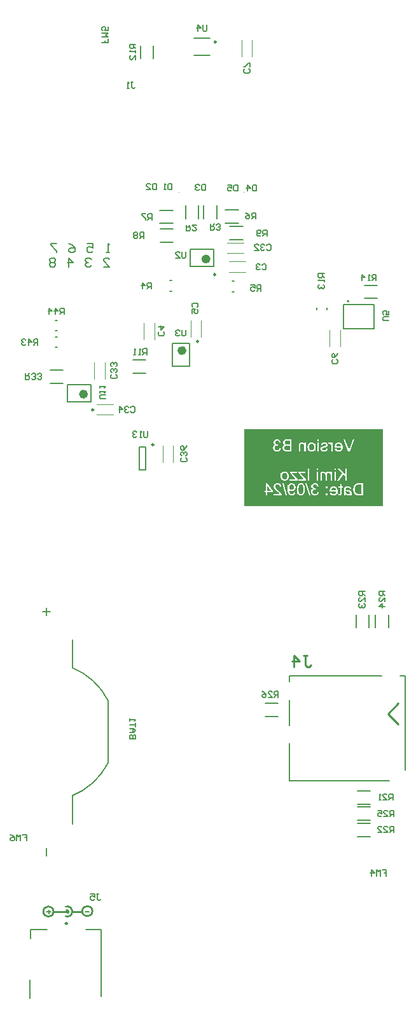
<source format=gbo>
G04*
G04 #@! TF.GenerationSoftware,Altium Limited,Altium Designer,24.0.1 (36)*
G04*
G04 Layer_Color=32896*
%FSLAX44Y44*%
%MOMM*%
G71*
G04*
G04 #@! TF.SameCoordinates,7A80B53C-B2C1-45D1-8136-E7169236FAC4*
G04*
G04*
G04 #@! TF.FilePolarity,Positive*
G04*
G01*
G75*
%ADD10C,0.2500*%
%ADD11C,0.2000*%
%ADD12C,0.1000*%
%ADD14C,0.1270*%
%ADD15C,0.2540*%
%ADD16C,0.1500*%
%ADD97C,0.4000*%
%ADD99C,0.6000*%
%ADD102C,0.1700*%
G36*
X516197Y800198D02*
Y770048D01*
Y750833D01*
X331803D01*
Y770048D01*
Y800198D01*
X516197D01*
D02*
G37*
G36*
Y750833D02*
Y731363D01*
Y697802D01*
X331803D01*
Y731363D01*
Y750833D01*
X516197D01*
D02*
G37*
%LPC*%
G36*
X430791Y786338D02*
X428825D01*
Y784093D01*
X430791D01*
Y781941D01*
X428825D01*
D01*
Y770325D01*
X430791D01*
Y786338D01*
D02*
G37*
G36*
X375650Y786407D02*
X375072D01*
X374817Y786384D01*
X374516Y786338D01*
X374146Y786268D01*
X373730Y786153D01*
X373313Y786014D01*
X372897Y785829D01*
X372873D01*
X372850Y785806D01*
X372711Y785736D01*
X372503Y785597D01*
X372272Y785435D01*
X371994Y785204D01*
X371716Y784949D01*
X371439Y784649D01*
X371207Y784301D01*
X371184Y784255D01*
X371115Y784139D01*
X371022Y783931D01*
X370907Y783677D01*
X370791Y783376D01*
X370698Y783029D01*
X370629Y782635D01*
X370606Y782242D01*
Y782196D01*
Y782057D01*
X370629Y781872D01*
X370675Y781617D01*
X370745Y781316D01*
X370860Y780993D01*
X370999Y780668D01*
X371184Y780345D01*
X371207Y780298D01*
X371277Y780206D01*
X371416Y780044D01*
X371601Y779859D01*
X371832Y779650D01*
X372110Y779419D01*
X372434Y779211D01*
X372827Y779003D01*
X372804D01*
X372758Y778979D01*
X372688Y778956D01*
X372596Y778933D01*
X372341Y778840D01*
X372017Y778702D01*
X371647Y778517D01*
X371277Y778285D01*
X370930Y777984D01*
X370606Y777637D01*
X370583Y777591D01*
X370490Y777452D01*
X370351Y777221D01*
X370212Y776920D01*
X370074Y776550D01*
X369935Y776110D01*
X369842Y775601D01*
X369819Y775046D01*
Y773472D01*
Y774837D01*
X369842Y774699D01*
X369865Y774513D01*
X369912Y774305D01*
X369958Y774074D01*
X370004Y773819D01*
X370189Y773264D01*
X370328Y772963D01*
X370467Y772685D01*
X370652Y772385D01*
X370860Y772084D01*
X371092Y771783D01*
X371369Y771505D01*
X371393Y771482D01*
X371439Y771436D01*
X371531Y771367D01*
X371647Y771274D01*
X371786Y771158D01*
X371971Y771043D01*
X372179Y770904D01*
X372434Y770788D01*
X372688Y770649D01*
X372989Y770510D01*
X373290Y770395D01*
X373637Y770279D01*
X374007Y770186D01*
X374401Y770117D01*
X374794Y770071D01*
X375233Y770048D01*
X375442D01*
X375581Y770071D01*
X375766Y770094D01*
X375974Y770117D01*
X376205Y770163D01*
X376460Y770210D01*
X377015Y770348D01*
X377594Y770580D01*
X377895Y770719D01*
X378172Y770881D01*
X378450Y771089D01*
X378728Y771297D01*
X378751Y771320D01*
X378797Y771367D01*
X378867Y771436D01*
X378936Y771528D01*
X379052Y771644D01*
X379167Y771806D01*
X379306Y771968D01*
X379445Y772176D01*
X379584Y772408D01*
X379723Y772639D01*
X379977Y773195D01*
X380186Y773842D01*
X380255Y774190D01*
X380301Y774560D01*
X378334Y774814D01*
Y774791D01*
X378311Y774745D01*
X378288Y774652D01*
X378265Y774537D01*
X378242Y774398D01*
X378195Y774236D01*
X378080Y773889D01*
X377918Y773472D01*
X377710Y773079D01*
X377478Y772709D01*
X377201Y772385D01*
X377154Y772362D01*
X377062Y772269D01*
X376877Y772153D01*
X376645Y772038D01*
X376367Y771899D01*
X376020Y771783D01*
X375627Y771691D01*
X375211Y771667D01*
X375072D01*
X374979Y771691D01*
X374725Y771714D01*
X374401Y771783D01*
X374030Y771899D01*
X373637Y772061D01*
X373244Y772292D01*
X372873Y772616D01*
X372827Y772662D01*
X372711Y772801D01*
X372573Y773009D01*
X372388Y773287D01*
X372202Y773634D01*
X372064Y774027D01*
X371948Y774490D01*
X371902Y774999D01*
Y775023D01*
Y775069D01*
Y775138D01*
X371925Y775231D01*
X371948Y775485D01*
X372017Y775786D01*
X372110Y776156D01*
X372272Y776527D01*
X372503Y776897D01*
X372804Y777244D01*
X372850Y777290D01*
X372966Y777383D01*
X373151Y777522D01*
X373406Y777684D01*
X373730Y777846D01*
X374123Y777984D01*
X374563Y778077D01*
X375049Y778123D01*
X375257D01*
X375419Y778100D01*
X375627Y778077D01*
X375858Y778031D01*
X376136Y777984D01*
X376437Y777915D01*
X376205Y779650D01*
X376090D01*
X375997Y779627D01*
X375696D01*
X375442Y779673D01*
X375141Y779720D01*
X374794Y779789D01*
X374401Y779905D01*
X374030Y780067D01*
X373637Y780275D01*
X373614D01*
X373591Y780298D01*
X373475Y780391D01*
X373313Y780553D01*
X373128Y780761D01*
X372943Y781062D01*
X372781Y781409D01*
X372665Y781802D01*
X372619Y782034D01*
Y782288D01*
Y782311D01*
Y782335D01*
Y782473D01*
X372665Y782658D01*
X372711Y782913D01*
X372804Y783191D01*
X372920Y783492D01*
X373105Y783792D01*
X373359Y784070D01*
X373382Y784093D01*
X373498Y784186D01*
X373660Y784301D01*
X373868Y784440D01*
X374146Y784556D01*
X374470Y784672D01*
X374840Y784764D01*
X375257Y784787D01*
X375442D01*
X375650Y784741D01*
X375928Y784695D01*
X376229Y784602D01*
X376530Y784486D01*
X376853Y784301D01*
X377154Y784070D01*
X377177Y784047D01*
X377270Y783931D01*
X377409Y783769D01*
X377571Y783538D01*
X377733Y783237D01*
X377895Y782867D01*
X378034Y782427D01*
X378126Y781918D01*
X380093Y782265D01*
Y782288D01*
X380070Y782358D01*
X380047Y782450D01*
X380023Y782589D01*
X379977Y782751D01*
X379908Y782936D01*
X379769Y783376D01*
X379538Y783885D01*
X379260Y784394D01*
X378913Y784880D01*
X378473Y785320D01*
X378450Y785343D01*
X378404Y785366D01*
X378334Y785412D01*
X378242Y785481D01*
X378126Y785574D01*
X377964Y785667D01*
X377802Y785759D01*
X377594Y785875D01*
X377131Y786060D01*
X376599Y786245D01*
X375974Y786361D01*
X375650Y786407D01*
D02*
G37*
G36*
X413367Y782196D02*
Y781941D01*
X411609D01*
Y780275D01*
X411586Y780298D01*
X411539Y780368D01*
X411470Y780460D01*
X411377Y780576D01*
X411239Y780715D01*
X411077Y780877D01*
X410891Y781062D01*
X410660Y781247D01*
X410429Y781409D01*
X410151Y781594D01*
X409850Y781756D01*
X409526Y781895D01*
X409156Y782011D01*
X408786Y782103D01*
X408369Y782173D01*
X407930Y782196D01*
X407744D01*
X407559Y782173D01*
X407305Y782150D01*
X407004Y782103D01*
X406680Y782034D01*
X406333Y781941D01*
X406009Y781802D01*
X405963Y781779D01*
X405870Y781733D01*
X405708Y781664D01*
X405523Y781548D01*
X405292Y781409D01*
X405084Y781224D01*
X404875Y781039D01*
X404690Y780807D01*
X404667Y780784D01*
X404621Y780692D01*
X404551Y780576D01*
X404436Y780414D01*
X404343Y780183D01*
X404250Y779951D01*
X404135Y779673D01*
X404065Y779373D01*
Y779350D01*
X404042Y779257D01*
X404019Y779118D01*
X403996Y778933D01*
Y778655D01*
X403973Y778332D01*
X403950Y777938D01*
D01*
D01*
Y770325D01*
X408658D01*
X405916D01*
Y777360D01*
Y777383D01*
Y777406D01*
Y777568D01*
Y777776D01*
X405940Y778031D01*
X405963Y778332D01*
X406009Y778632D01*
X406078Y778910D01*
X406148Y779165D01*
Y779188D01*
X406194Y779257D01*
X406264Y779373D01*
X406333Y779512D01*
X406449Y779650D01*
X406588Y779812D01*
X406773Y779974D01*
X406981Y780113D01*
X407004Y780136D01*
X407074Y780183D01*
X407212Y780229D01*
X407374Y780298D01*
X407559Y780368D01*
X407791Y780437D01*
X408069Y780460D01*
X408346Y780483D01*
X408462D01*
X408554Y780460D01*
X408786Y780437D01*
X409087Y780391D01*
X409411Y780275D01*
X409781Y780136D01*
X410151Y779951D01*
X410498Y779673D01*
X410544Y779627D01*
X410637Y779512D01*
X410706Y779419D01*
X410776Y779303D01*
X410868Y779165D01*
X410938Y779003D01*
X411030Y778817D01*
X411123Y778586D01*
X411192Y778332D01*
X411262Y778054D01*
X411308Y777753D01*
X411354Y777429D01*
X411401Y777036D01*
Y776642D01*
Y770325D01*
X413367D01*
Y782196D01*
D02*
G37*
G36*
X449465Y782196D02*
Y781941D01*
X447683D01*
Y780183D01*
X447660Y780206D01*
X447567Y780368D01*
X447452Y780576D01*
X447267Y780831D01*
X447081Y781085D01*
X446873Y781363D01*
X446665Y781594D01*
X446457Y781779D01*
X446434Y781802D01*
X446364Y781849D01*
X446225Y781918D01*
X446087Y781988D01*
X445901Y782057D01*
X445670Y782126D01*
X445439Y782173D01*
X445184Y782196D01*
X449465D01*
X443171Y782196D01*
X445022Y782196D01*
X444814Y782173D01*
X444559Y782126D01*
X444258Y782034D01*
X443935Y781918D01*
X443564Y781756D01*
X443171Y781548D01*
D01*
X443888Y779743D01*
X443911Y779766D01*
X444004Y779812D01*
X444143Y779882D01*
X444328Y779951D01*
X444536Y780021D01*
X444791Y780090D01*
X445045Y780136D01*
X445300Y780160D01*
X445415D01*
X445531Y780136D01*
X445693Y780113D01*
X445855Y780067D01*
X446063Y779997D01*
X446272Y779905D01*
X446457Y779766D01*
X446480Y779743D01*
X446549Y779697D01*
X446619Y779604D01*
X446734Y779489D01*
X446850Y779326D01*
X446966Y779141D01*
X447081Y778933D01*
X447174Y778679D01*
X447197Y778632D01*
X447220Y778493D01*
X447267Y778285D01*
X447336Y778008D01*
X447406Y777660D01*
X447452Y777267D01*
X447475Y776851D01*
X447498Y776388D01*
Y770325D01*
X449465D01*
Y782196D01*
D02*
G37*
G36*
X403950Y782196D02*
D01*
Y778609D01*
Y782196D01*
D01*
D02*
G37*
G36*
X426557D02*
Y776272D01*
X426534Y776434D01*
Y776665D01*
X426511Y776920D01*
X426464Y777244D01*
X426418Y777568D01*
X426325Y777938D01*
X426233Y778308D01*
X426117Y778702D01*
X425978Y779118D01*
X425793Y779512D01*
X425608Y779882D01*
X425354Y780252D01*
X425099Y780599D01*
X424775Y780900D01*
X424752Y780923D01*
X424706Y780946D01*
X424613Y781016D01*
X424497Y781108D01*
X424359Y781201D01*
X424174Y781316D01*
X423988Y781432D01*
X423757Y781548D01*
X423503Y781664D01*
X423225Y781779D01*
X422600Y781988D01*
X421883Y782150D01*
X421512Y782173D01*
X421119Y782196D01*
X420888D01*
X420726Y782173D01*
X420518Y782150D01*
X420286Y782103D01*
X420032Y782057D01*
X419731Y782011D01*
X419106Y781802D01*
X418782Y781687D01*
X418458Y781525D01*
X418134Y781363D01*
X417810Y781131D01*
X417509Y780900D01*
X417209Y780622D01*
X417185Y780599D01*
X417139Y780553D01*
X417070Y780460D01*
X416977Y780345D01*
X416861Y780183D01*
X416723Y779974D01*
X416584Y779743D01*
X416445Y779488D01*
X416306Y779211D01*
X416167Y778864D01*
X416029Y778517D01*
X415913Y778123D01*
X415820Y777707D01*
X415751Y777267D01*
X415704Y776804D01*
X415681Y776295D01*
Y776504D01*
Y776295D01*
Y775925D01*
X415704Y775740D01*
X415728Y775508D01*
Y775277D01*
X415774Y775023D01*
X415843Y774444D01*
X415982Y773866D01*
X416144Y773287D01*
X416376Y772755D01*
Y772732D01*
X416399Y772709D01*
X416445Y772639D01*
X416491Y772547D01*
X416653Y772315D01*
X416861Y772038D01*
X417139Y771714D01*
X417486Y771390D01*
X417880Y771066D01*
X418342Y770765D01*
X418366D01*
X418389Y770742D01*
X418458Y770695D01*
X418574Y770649D01*
X418689Y770603D01*
X418828Y770557D01*
X419175Y770418D01*
X419569Y770302D01*
X420055Y770186D01*
X420564Y770094D01*
X421119Y770071D01*
X415681D01*
X421351D01*
X421536Y770094D01*
X421744Y770117D01*
X421975Y770163D01*
X422253Y770210D01*
X422531Y770256D01*
X423155Y770441D01*
X423503Y770580D01*
X423826Y770719D01*
X424150Y770904D01*
X424474Y771112D01*
X424775Y771343D01*
X425076Y771621D01*
X425099Y771644D01*
X425145Y771691D01*
X425215Y771783D01*
X425307Y771922D01*
X425423Y772084D01*
X425539Y772269D01*
X425678Y772500D01*
X425816Y772778D01*
X425955Y773079D01*
X426094Y773426D01*
X426210Y773796D01*
X426325Y774190D01*
X426418Y774629D01*
X426488Y775092D01*
X426534Y775601D01*
X426557Y776133D01*
Y770950D01*
Y782196D01*
D02*
G37*
G36*
X394532Y786338D02*
X388238D01*
X388076Y786315D01*
X387891D01*
X387474Y786268D01*
X387012Y786222D01*
X386526Y786129D01*
X386040Y786014D01*
X385600Y785852D01*
X385577D01*
X385554Y785829D01*
X385415Y785759D01*
X385207Y785643D01*
X384975Y785481D01*
X384698Y785273D01*
X384397Y785019D01*
X384119Y784695D01*
X383865Y784348D01*
X383842Y784301D01*
X383772Y784163D01*
X383656Y783978D01*
X383541Y783700D01*
X383425Y783376D01*
X383309Y783029D01*
X383240Y782635D01*
X383217Y782242D01*
Y782196D01*
Y782080D01*
X383240Y781872D01*
X383286Y781617D01*
X383356Y781316D01*
X383471Y780993D01*
X383610Y780668D01*
X383795Y780322D01*
X383818Y780275D01*
X383888Y780183D01*
X384027Y779997D01*
X384212Y779812D01*
X384443Y779581D01*
X384721Y779326D01*
X385068Y779095D01*
X385461Y778864D01*
X385438D01*
X385392Y778840D01*
X385322Y778817D01*
X385230Y778771D01*
X384952Y778679D01*
X384628Y778517D01*
X384281Y778308D01*
X383888Y778054D01*
X383541Y777753D01*
X383217Y777383D01*
X383194Y777337D01*
X383101Y777198D01*
X382962Y776989D01*
X382823Y776712D01*
X382685Y776341D01*
X382546Y775948D01*
X382453Y775485D01*
X382430Y774976D01*
D01*
D01*
Y774791D01*
X382453Y774560D01*
X382500Y774282D01*
X382546Y773958D01*
X382638Y773611D01*
X382754Y773241D01*
X382916Y772871D01*
X382939Y772824D01*
X383008Y772709D01*
X383101Y772547D01*
X383240Y772315D01*
X383425Y772084D01*
X383610Y771829D01*
X383842Y771575D01*
X384096Y771367D01*
X384119Y771343D01*
X384212Y771274D01*
X384374Y771181D01*
X384582Y771089D01*
X384837Y770950D01*
X385137Y770811D01*
X385461Y770695D01*
X385855Y770580D01*
X385901D01*
X386040Y770534D01*
X386271Y770510D01*
X386572Y770464D01*
X386942Y770418D01*
X387382Y770371D01*
X387868Y770348D01*
X388423Y770325D01*
X382430D01*
D01*
X394532D01*
Y786338D01*
D02*
G37*
G36*
X478227Y786338D02*
X475913D01*
X471748Y774699D01*
Y774676D01*
X471725Y774629D01*
X471702Y774560D01*
X471656Y774467D01*
X471632Y774328D01*
X471586Y774190D01*
X471470Y773842D01*
X471332Y773449D01*
X471193Y773009D01*
X470915Y772084D01*
Y772107D01*
X470892Y772153D01*
X470869Y772223D01*
X470846Y772315D01*
X470776Y772570D01*
X470661Y772917D01*
X470545Y773310D01*
X470406Y773750D01*
X470244Y774213D01*
X470059Y774699D01*
X465709Y786338D01*
X467958D01*
X463557D01*
X469804Y770325D01*
X463557D01*
X478227D01*
D01*
X472026D01*
X478227Y786338D01*
D02*
G37*
G36*
X462562Y782196D02*
X451848D01*
X456916D01*
X456754Y782173D01*
X456569Y782150D01*
X456337Y782103D01*
X456083Y782057D01*
X455782Y781988D01*
X455504Y781918D01*
X455180Y781802D01*
X454879Y781687D01*
X454556Y781525D01*
X454232Y781340D01*
X453908Y781131D01*
X453607Y780877D01*
X453329Y780599D01*
X453306Y780576D01*
X453260Y780530D01*
X453190Y780437D01*
X453098Y780298D01*
X452982Y780136D01*
X452866Y779951D01*
X452728Y779720D01*
X452589Y779442D01*
X452450Y779141D01*
X452311Y778817D01*
X452195Y778447D01*
X452080Y778054D01*
X451987Y777614D01*
X451918Y777151D01*
X451871Y776665D01*
X451848Y776133D01*
Y775856D01*
X451871Y775624D01*
X460549D01*
Y775601D01*
Y775532D01*
X460526Y775439D01*
Y775300D01*
X460502Y775138D01*
X460456Y774953D01*
X460387Y774537D01*
X460248Y774074D01*
X460063Y773565D01*
X459808Y773102D01*
X459484Y772685D01*
X459461D01*
X459438Y772639D01*
X459299Y772523D01*
X459091Y772362D01*
X458813Y772199D01*
X458443Y772014D01*
X458027Y771852D01*
X457564Y771737D01*
X457309Y771714D01*
X457032Y771691D01*
X456846D01*
X456638Y771714D01*
X456384Y771760D01*
X456106Y771829D01*
X455782Y771922D01*
X455481Y772061D01*
X455180Y772246D01*
X455157Y772269D01*
X455042Y772362D01*
X454903Y772500D01*
X454741Y772685D01*
X454556Y772940D01*
X454347Y773264D01*
X454139Y773634D01*
X453954Y774074D01*
X451918Y773819D01*
Y773796D01*
X451941Y773750D01*
X451964Y773657D01*
X452010Y773519D01*
X452080Y773380D01*
X452149Y773195D01*
X452334Y772801D01*
X452566Y772362D01*
X452890Y771899D01*
X453260Y771459D01*
X453722Y771043D01*
X453746D01*
X453792Y770996D01*
X453861Y770950D01*
X453954Y770881D01*
X454093Y770811D01*
X454232Y770742D01*
X454417Y770649D01*
X454625Y770557D01*
X454856Y770464D01*
X455088Y770371D01*
X455666Y770233D01*
X456314Y770117D01*
X457032Y770071D01*
X462562D01*
Y776295D01*
X462539Y776504D01*
X462515Y776758D01*
X462492Y777036D01*
X462446Y777360D01*
X462377Y777684D01*
X462192Y778424D01*
X462076Y778794D01*
X461937Y779188D01*
X461752Y779558D01*
X461544Y779905D01*
X461312Y780252D01*
X461058Y780576D01*
X461035Y780599D01*
X460988Y780645D01*
X460896Y780715D01*
X460780Y780831D01*
X460641Y780946D01*
X460456Y781085D01*
X460248Y781247D01*
X459993Y781386D01*
X459739Y781548D01*
X459438Y781687D01*
X459114Y781825D01*
X458767Y781941D01*
X458397Y782057D01*
X458003Y782126D01*
X457587Y782173D01*
X457147Y782196D01*
X462562D01*
D02*
G37*
G36*
X442778Y782196D02*
X433129D01*
X437965D01*
X437710Y782173D01*
X437363Y782150D01*
X436993Y782103D01*
X436599Y782011D01*
X436183Y781918D01*
X435789Y781779D01*
X435766D01*
X435743Y781756D01*
X435628Y781710D01*
X435442Y781617D01*
X435211Y781502D01*
X434957Y781340D01*
X434702Y781154D01*
X434471Y780946D01*
X434262Y780715D01*
X434239Y780692D01*
X434193Y780599D01*
X434100Y780437D01*
X433985Y780252D01*
X433869Y779974D01*
X433753Y779673D01*
X433661Y779326D01*
X433568Y778933D01*
X435489Y778679D01*
Y778725D01*
X435512Y778817D01*
X435558Y778979D01*
X435628Y779188D01*
X435743Y779396D01*
X435882Y779627D01*
X436044Y779859D01*
X436275Y780067D01*
X436299Y780090D01*
X436391Y780136D01*
X436530Y780229D01*
X436738Y780322D01*
X436970Y780414D01*
X437270Y780507D01*
X437641Y780553D01*
X438034Y780576D01*
X438265D01*
X438497Y780553D01*
X438798Y780530D01*
X439098Y780460D01*
X439422Y780391D01*
X439723Y780275D01*
X439978Y780113D01*
X440001Y780090D01*
X440070Y780044D01*
X440163Y779951D01*
X440255Y779812D01*
X440371Y779673D01*
X440464Y779488D01*
X440533Y779280D01*
X440556Y779072D01*
Y779049D01*
Y779003D01*
X440533Y778933D01*
Y778840D01*
X440464Y778609D01*
X440325Y778378D01*
X440302Y778355D01*
X440279Y778332D01*
X440232Y778262D01*
X440140Y778193D01*
X440047Y778123D01*
X439908Y778031D01*
X439746Y777961D01*
X439561Y777869D01*
X439538D01*
X439492Y777846D01*
X439399Y777822D01*
X439237Y777753D01*
X439006Y777684D01*
X438705Y777614D01*
X438520Y777545D01*
X438312Y777498D01*
X438080Y777429D01*
X437826Y777360D01*
X437803D01*
X437733Y777337D01*
X437617Y777313D01*
X437479Y777267D01*
X437317Y777221D01*
X437108Y777175D01*
X436669Y777036D01*
X436183Y776897D01*
X435697Y776735D01*
X435257Y776573D01*
X435072Y776504D01*
X434910Y776434D01*
X434864Y776411D01*
X434771Y776365D01*
X434632Y776295D01*
X434424Y776180D01*
X434216Y776041D01*
X434008Y775855D01*
X433800Y775647D01*
X433614Y775416D01*
X433591Y775393D01*
X433545Y775300D01*
X433452Y775161D01*
X433360Y774953D01*
X433290Y774699D01*
X433198Y774421D01*
X433152Y774097D01*
X433129Y773727D01*
Y773565D01*
X433152Y773380D01*
X433198Y773125D01*
X433267Y772847D01*
X433383Y772547D01*
X433522Y772199D01*
X433707Y771876D01*
X433730Y771829D01*
X433823Y771737D01*
X433938Y771575D01*
X434123Y771390D01*
X434378Y771181D01*
X434656Y770950D01*
X434980Y770742D01*
X435373Y770534D01*
X435396D01*
X435419Y770510D01*
X435558Y770464D01*
X435789Y770395D01*
X436090Y770302D01*
X436460Y770210D01*
X436877Y770140D01*
X437317Y770094D01*
X437826Y770071D01*
X438034D01*
X438196Y770094D01*
X438381D01*
X438613Y770117D01*
X438844Y770140D01*
X439098Y770186D01*
X439654Y770302D01*
X440232Y770464D01*
X440788Y770695D01*
X441042Y770834D01*
X441273Y770996D01*
X441297Y771019D01*
X441320Y771043D01*
X441459Y771181D01*
X441667Y771390D01*
X441898Y771714D01*
X442153Y772107D01*
X442407Y772570D01*
X442616Y773148D01*
X442778Y773796D01*
X440834Y774097D01*
Y774074D01*
Y774051D01*
X440788Y773912D01*
X440741Y773680D01*
X440649Y773426D01*
X440533Y773148D01*
X440394Y772847D01*
X440186Y772547D01*
X439931Y772292D01*
X439885Y772269D01*
X439793Y772199D01*
X439608Y772107D01*
X439376Y771991D01*
X439075Y771876D01*
X438728Y771783D01*
X438312Y771714D01*
X437826Y771691D01*
X437594D01*
X437363Y771714D01*
X437062Y771760D01*
X436738Y771829D01*
X436391Y771922D01*
X436090Y772038D01*
X435813Y772223D01*
X435789Y772246D01*
X435697Y772315D01*
X435604Y772431D01*
X435466Y772593D01*
X435350Y772778D01*
X435234Y773009D01*
X435165Y773241D01*
X435142Y773519D01*
Y773542D01*
Y773634D01*
X435165Y773750D01*
X435211Y773912D01*
X435280Y774074D01*
X435396Y774236D01*
X435535Y774421D01*
X435743Y774560D01*
X435766Y774583D01*
X435836Y774606D01*
X435951Y774675D01*
X436137Y774745D01*
X436414Y774837D01*
X436576Y774907D01*
X436761Y774953D01*
X436970Y775023D01*
X437201Y775092D01*
X437455Y775161D01*
X437756Y775231D01*
X437780D01*
X437849Y775254D01*
X437965Y775277D01*
X438103Y775323D01*
X438289Y775370D01*
X438497Y775439D01*
X438937Y775555D01*
X439445Y775717D01*
X439931Y775855D01*
X440394Y776018D01*
X440602Y776110D01*
X440765Y776180D01*
X440811Y776203D01*
X440903Y776249D01*
X441042Y776341D01*
X441227Y776457D01*
X441436Y776619D01*
X441644Y776804D01*
X441852Y777012D01*
X442037Y777267D01*
X442060Y777290D01*
X442107Y777383D01*
X442176Y777545D01*
X442245Y777730D01*
X442315Y777961D01*
X442384Y778239D01*
X442430Y778517D01*
X442454Y778840D01*
Y778887D01*
Y778979D01*
X442430Y779118D01*
X442407Y779326D01*
X442361Y779535D01*
X442315Y779789D01*
X442222Y780021D01*
X442107Y780275D01*
X442083Y780298D01*
X442037Y780391D01*
X441968Y780507D01*
X441852Y780668D01*
X441713Y780831D01*
X441551Y781039D01*
X441366Y781224D01*
X441135Y781386D01*
X441112Y781409D01*
X441042Y781432D01*
X440950Y781502D01*
X440811Y781571D01*
X440626Y781664D01*
X440417Y781756D01*
X440163Y781849D01*
X439885Y781941D01*
X439839Y781964D01*
X439746Y781988D01*
X439584Y782034D01*
X439376Y782080D01*
X439122Y782126D01*
X438844Y782150D01*
X438520Y782196D01*
X442778D01*
D02*
G37*
%LPD*%
G36*
X421374Y780553D02*
X421628Y780530D01*
X421975Y780437D01*
X422369Y780298D01*
X422785Y780113D01*
X423178Y779836D01*
X423387Y779650D01*
X423572Y779465D01*
Y779442D01*
X423618Y779419D01*
X423665Y779350D01*
X423734Y779257D01*
X423803Y779141D01*
X423873Y779003D01*
X423965Y778817D01*
X424058Y778632D01*
X424150Y778401D01*
X424243Y778169D01*
X424312Y777892D01*
X424382Y777591D01*
X424451Y777267D01*
X424497Y776920D01*
X424521Y776527D01*
X424544Y776133D01*
Y776110D01*
Y776041D01*
Y775925D01*
X424521Y775763D01*
Y775578D01*
X424497Y775370D01*
X424428Y774884D01*
X424312Y774328D01*
X424127Y773773D01*
X423896Y773241D01*
X423734Y773009D01*
X423572Y772778D01*
X423549D01*
X423526Y772732D01*
X423387Y772616D01*
X423178Y772431D01*
X422901Y772246D01*
X422554Y772038D01*
X422137Y771852D01*
X421651Y771737D01*
X421397Y771714D01*
X421119Y771691D01*
X420980D01*
X420865Y771714D01*
X420610Y771760D01*
X420263Y771829D01*
X419893Y771968D01*
X419476Y772153D01*
X419083Y772431D01*
X418875Y772616D01*
X418689Y772801D01*
X418666Y772824D01*
X418643Y772847D01*
X418597Y772917D01*
X418527Y773009D01*
X418458Y773125D01*
X418366Y773264D01*
X418273Y773449D01*
X418180Y773634D01*
X418088Y773866D01*
X418018Y774120D01*
X417926Y774398D01*
X417856Y774699D01*
X417787Y775046D01*
X417741Y775393D01*
X417695Y775786D01*
Y776203D01*
Y776226D01*
Y776295D01*
Y776411D01*
X417718Y776550D01*
Y776735D01*
X417741Y776943D01*
X417810Y777429D01*
X417926Y777938D01*
X418111Y778493D01*
X418366Y779003D01*
X418504Y779257D01*
X418689Y779465D01*
Y779488D01*
X418736Y779512D01*
X418875Y779650D01*
X419083Y779812D01*
X419361Y780021D01*
X419708Y780229D01*
X420124Y780414D01*
X420587Y780530D01*
X420841Y780553D01*
X421119Y780576D01*
X421258D01*
X421374Y780553D01*
D02*
G37*
G36*
X392403Y779627D02*
X388469D01*
X388169Y779650D01*
X387845Y779673D01*
X387521Y779697D01*
X387197Y779743D01*
X386942Y779789D01*
X386896Y779812D01*
X386803Y779836D01*
X386665Y779905D01*
X386479Y779997D01*
X386294Y780090D01*
X386086Y780229D01*
X385878Y780414D01*
X385716Y780599D01*
X385693Y780622D01*
X385646Y780692D01*
X385577Y780831D01*
X385508Y780993D01*
X385438Y781178D01*
X385369Y781409D01*
X385322Y781687D01*
X385299Y781988D01*
Y782034D01*
Y782126D01*
X385322Y782265D01*
X385346Y782450D01*
X385392Y782682D01*
X385461Y782913D01*
X385554Y783145D01*
X385693Y783376D01*
X385716Y783399D01*
X385762Y783468D01*
X385855Y783584D01*
X385970Y783700D01*
X386132Y783839D01*
X386317Y783978D01*
X386549Y784116D01*
X386803Y784209D01*
X386827D01*
X386942Y784255D01*
X387104Y784278D01*
X387359Y784325D01*
X387706Y784371D01*
X388099Y784394D01*
X388608Y784440D01*
X392403D01*
Y779627D01*
D02*
G37*
G36*
Y772223D02*
X387845D01*
X387359Y772246D01*
X387150Y772269D01*
X386965Y772292D01*
X386942D01*
X386850Y772315D01*
X386711Y772338D01*
X386549Y772385D01*
X386156Y772523D01*
X385762Y772709D01*
X385739Y772732D01*
X385670Y772778D01*
X385577Y772847D01*
X385461Y772940D01*
X385346Y773079D01*
X385184Y773218D01*
X385068Y773403D01*
X384929Y773611D01*
X384906Y773634D01*
X384883Y773704D01*
X384837Y773842D01*
X384767Y774004D01*
X384698Y774190D01*
X384651Y774421D01*
X384628Y774699D01*
X384605Y774976D01*
Y775023D01*
Y775115D01*
X384628Y775300D01*
X384675Y775508D01*
X384721Y775740D01*
X384813Y775994D01*
X384929Y776249D01*
X385091Y776504D01*
X385114Y776527D01*
X385184Y776619D01*
X385276Y776735D01*
X385415Y776874D01*
X385600Y777036D01*
X385831Y777198D01*
X386086Y777337D01*
X386387Y777452D01*
X386433Y777475D01*
X386526Y777498D01*
X386734Y777545D01*
X386988Y777591D01*
X387313Y777637D01*
X387706Y777684D01*
X388192Y777730D01*
X392403D01*
Y772223D01*
D02*
G37*
G36*
X457355Y780553D02*
X457610Y780530D01*
X457911Y780460D01*
X458281Y780345D01*
X458674Y780183D01*
X459045Y779951D01*
X459415Y779650D01*
X459461Y779604D01*
X459554Y779489D01*
X459716Y779280D01*
X459878Y779003D01*
X460063Y778679D01*
X460225Y778262D01*
X460364Y777776D01*
X460433Y777244D01*
X453931D01*
Y777267D01*
Y777313D01*
X453954Y777383D01*
Y777475D01*
X454000Y777753D01*
X454070Y778054D01*
X454185Y778424D01*
X454301Y778771D01*
X454486Y779118D01*
X454694Y779419D01*
Y779442D01*
X454741Y779465D01*
X454856Y779604D01*
X455065Y779789D01*
X455342Y779997D01*
X455689Y780206D01*
X456106Y780391D01*
X456592Y780530D01*
X456846Y780553D01*
X457124Y780576D01*
X457263D01*
X457355Y780553D01*
D02*
G37*
G36*
X462562Y770071D02*
X457286D01*
X457448Y770094D01*
X457656Y770117D01*
X457911Y770163D01*
X458188Y770210D01*
X458489Y770256D01*
X459137Y770441D01*
X459484Y770580D01*
X459808Y770719D01*
X460155Y770904D01*
X460479Y771112D01*
X460780Y771343D01*
X461081Y771621D01*
X461104Y771644D01*
X461150Y771691D01*
X461220Y771783D01*
X461312Y771922D01*
X461428Y772084D01*
X461544Y772269D01*
X461683Y772500D01*
X461821Y772755D01*
X461960Y773056D01*
X462099Y773380D01*
X462215Y773750D01*
X462330Y774143D01*
X462423Y774560D01*
X462492Y775023D01*
X462539Y775508D01*
X462562Y776018D01*
Y770071D01*
D02*
G37*
%LPC*%
G36*
X453410Y747630D02*
X451443D01*
Y745386D01*
X453410D01*
Y743234D01*
X451443D01*
Y743396D01*
Y731618D01*
X453410D01*
Y747630D01*
D02*
G37*
G36*
X429785Y747630D02*
X427818D01*
Y745386D01*
X429785D01*
Y743234D01*
X427818D01*
D01*
Y731618D01*
X429785D01*
Y747630D01*
D02*
G37*
G36*
X412986Y743234D02*
X403498D01*
Y741915D01*
X409792Y734556D01*
X411019Y733191D01*
X410880D01*
X410787Y733214D01*
X410533Y733237D01*
X410209Y733261D01*
X409815D01*
X409399Y733284D01*
X408520Y733307D01*
X403151D01*
Y733376D01*
Y731618D01*
X413425D01*
Y733191D01*
X406044Y741706D01*
X406252D01*
X406483Y741683D01*
X406784D01*
X407131Y741660D01*
X407502D01*
X407895Y741637D01*
X412986D01*
Y743234D01*
D02*
G37*
G36*
X401786D02*
X392299D01*
Y741915D01*
X398593Y734556D01*
X399819Y733191D01*
X399680D01*
X399588Y733214D01*
X399333Y733237D01*
X399009Y733261D01*
X398616D01*
X398200Y733284D01*
X397320Y733307D01*
X391952D01*
D01*
D01*
Y731618D01*
X402226D01*
Y733191D01*
X394844Y741706D01*
X395053D01*
X395284Y741683D01*
X395585D01*
X395932Y741660D01*
X396302D01*
X396696Y741637D01*
X401786D01*
Y743234D01*
D02*
G37*
G36*
X448458Y743488D02*
Y743234D01*
X446700D01*
Y741568D01*
X446677Y741614D01*
X446607Y741706D01*
X446468Y741868D01*
X446306Y742054D01*
X446098Y742285D01*
X445844Y742516D01*
X445566Y742748D01*
X445242Y742956D01*
X445196Y742979D01*
X445080Y743049D01*
X444895Y743118D01*
X444640Y743234D01*
X444339Y743326D01*
X443992Y743396D01*
X443599Y743465D01*
X443183Y743488D01*
X442974D01*
X442720Y743465D01*
X442442Y743419D01*
X442095Y743349D01*
X441748Y743257D01*
X441401Y743118D01*
X441077Y742933D01*
X441031Y742910D01*
X440938Y742840D01*
X440799Y742725D01*
X440614Y742540D01*
X440429Y742331D01*
X440221Y742077D01*
X440036Y741776D01*
X439897Y741429D01*
X439874Y741452D01*
X439827Y741521D01*
X439758Y741614D01*
X439642Y741753D01*
X439503Y741915D01*
X439341Y742077D01*
X439156Y742262D01*
X438925Y742470D01*
X438670Y742655D01*
X438416Y742840D01*
X438115Y743002D01*
X437791Y743164D01*
X437444Y743303D01*
X437074Y743396D01*
X436703Y743465D01*
X436287Y743488D01*
X436125D01*
X436009Y743465D01*
X435847D01*
X435685Y743442D01*
X435292Y743372D01*
X434875Y743257D01*
X434436Y743072D01*
X433996Y742840D01*
X433626Y742516D01*
X433580Y742470D01*
X433487Y742331D01*
X433325Y742123D01*
X433256Y741961D01*
X433163Y741799D01*
X433071Y741591D01*
X433001Y741383D01*
X432909Y741151D01*
X432839Y740873D01*
X432793Y740596D01*
X432747Y740272D01*
X432700Y739948D01*
Y731618D01*
X434667D01*
Y738907D01*
Y738930D01*
Y738953D01*
Y739092D01*
Y739300D01*
X434690Y739555D01*
X434714Y739832D01*
X434737Y740110D01*
X434783Y740387D01*
X434852Y740596D01*
Y740619D01*
X434899Y740688D01*
X434945Y740781D01*
X435014Y740897D01*
X435107Y741035D01*
X435223Y741174D01*
X435361Y741313D01*
X435547Y741452D01*
X435570Y741475D01*
X435639Y741498D01*
X435732Y741544D01*
X435894Y741614D01*
X436056Y741683D01*
X436264Y741730D01*
X436472Y741753D01*
X436727Y741776D01*
X436842D01*
X436935Y741753D01*
X437166Y741730D01*
X437444Y741683D01*
X437768Y741568D01*
X438115Y741429D01*
X438462Y741220D01*
X438786Y740943D01*
X438809Y740897D01*
X438902Y740781D01*
X439041Y740596D01*
X439179Y740318D01*
X439341Y739948D01*
X439457Y739508D01*
X439550Y738976D01*
X439596Y738351D01*
Y731618D01*
X441563D01*
Y739138D01*
Y739161D01*
Y739207D01*
Y739254D01*
Y739346D01*
X441586Y739601D01*
X441632Y739878D01*
X441679Y740202D01*
X441771Y740526D01*
X441887Y740827D01*
X442049Y741105D01*
X442072Y741128D01*
X442141Y741220D01*
X442257Y741313D01*
X442419Y741452D01*
X442627Y741568D01*
X442905Y741683D01*
X443229Y741753D01*
X443622Y741776D01*
X443761D01*
X443923Y741753D01*
X444108Y741730D01*
X444339Y741660D01*
X444617Y741591D01*
X444872Y741475D01*
X445149Y741336D01*
X445173Y741313D01*
X445265Y741244D01*
X445381Y741151D01*
X445543Y741012D01*
X445705Y740827D01*
X445867Y740596D01*
X446029Y740341D01*
X446167Y740040D01*
X446191Y739994D01*
X446214Y739878D01*
X446260Y739693D01*
X446329Y739439D01*
X446399Y739092D01*
X446445Y738675D01*
X446468Y738189D01*
X446492Y737634D01*
Y731618D01*
X443206Y731618D01*
X448458Y731618D01*
Y743488D01*
D02*
G37*
G36*
X468173Y747630D02*
X462879D01*
X466044D01*
Y739670D01*
X458131Y747630D01*
X455238D01*
X461949Y741128D01*
X454937Y731618D01*
X468173D01*
Y747630D01*
D02*
G37*
G36*
X390702Y743488D02*
X385033D01*
X384871Y743465D01*
X384663Y743442D01*
X384432Y743396D01*
X384177Y743349D01*
X383876Y743303D01*
X383251Y743095D01*
X382928Y742979D01*
X382604Y742817D01*
X382280Y742655D01*
X381956Y742424D01*
X381655Y742192D01*
X381354Y741915D01*
X381331Y741892D01*
X381285Y741845D01*
X381215Y741753D01*
X381123Y741637D01*
X381007Y741475D01*
X380868Y741267D01*
X380729Y741035D01*
X380591Y740781D01*
X380452Y740503D01*
X380313Y740156D01*
X380174Y739809D01*
X380058Y739416D01*
X379966Y738999D01*
X379896Y738559D01*
X379850Y738097D01*
X379827Y737588D01*
Y743488D01*
X379827D01*
X379827D01*
Y737217D01*
X379850Y737032D01*
X379873Y736801D01*
Y736570D01*
X379919Y736315D01*
X379989Y735736D01*
X380128Y735158D01*
X380290Y734579D01*
X380521Y734047D01*
Y734024D01*
X380544Y734001D01*
X380591Y733932D01*
X380637Y733839D01*
X380799Y733608D01*
X381007Y733330D01*
X381285Y733006D01*
X381632Y732682D01*
X382025Y732358D01*
X382488Y732057D01*
X382511D01*
X382534Y732034D01*
X382604Y731988D01*
X382719Y731942D01*
X382835Y731895D01*
X382974Y731849D01*
X383321Y731710D01*
X383714Y731594D01*
X384200Y731479D01*
X384709Y731386D01*
X385264Y731363D01*
X385496D01*
X385681Y731386D01*
X385889Y731409D01*
X386121Y731456D01*
X386399Y731502D01*
X386676Y731548D01*
X387301Y731733D01*
X387648Y731872D01*
X387972Y732011D01*
X388296Y732196D01*
X388620Y732404D01*
X388921Y732636D01*
X389221Y732914D01*
X389245Y732937D01*
X389291Y732983D01*
X389360Y733075D01*
X389453Y733214D01*
X389569Y733376D01*
X389684Y733561D01*
X389823Y733793D01*
X389962Y734070D01*
X390101Y734371D01*
X390240Y734718D01*
X390355Y735089D01*
X390471Y735482D01*
X390564Y735922D01*
X390633Y736384D01*
X390679Y736893D01*
X390702Y737426D01*
Y737564D01*
X390679Y737727D01*
Y737958D01*
X390656Y738212D01*
X390610Y738536D01*
X390564Y738860D01*
X390471Y739230D01*
X390378Y739601D01*
X390263Y739994D01*
X390124Y740411D01*
X389939Y740804D01*
X389754Y741174D01*
X389499Y741544D01*
X389245Y741892D01*
X388921Y742192D01*
X388898Y742215D01*
X388851Y742239D01*
X388759Y742308D01*
X388643Y742401D01*
X388504Y742493D01*
X388319Y742609D01*
X388134Y742725D01*
X387902Y742840D01*
X387648Y742956D01*
X387370Y743072D01*
X386746Y743280D01*
X386028Y743442D01*
X385658Y743465D01*
X385265Y743488D01*
X390702D01*
D01*
D02*
G37*
G36*
X417984Y747630D02*
X415855D01*
Y731618D01*
X417984D01*
Y747630D01*
D02*
G37*
G36*
X375789Y727952D02*
X375558D01*
X375396Y727929D01*
X375211Y727906D01*
X374979Y727883D01*
X374725Y727837D01*
X374470Y727790D01*
X373868Y727628D01*
X373267Y727397D01*
X372966Y727258D01*
X372665Y727096D01*
X372388Y726888D01*
X372133Y726657D01*
X372110Y726633D01*
X372064Y726610D01*
X372017Y726518D01*
X371925Y726425D01*
X371809Y726310D01*
X371693Y726148D01*
X371578Y725985D01*
X371439Y725777D01*
X371207Y725338D01*
X370976Y724782D01*
X370883Y724505D01*
X370837Y724181D01*
X370791Y723857D01*
X370768Y723510D01*
Y723463D01*
Y723348D01*
X370791Y723163D01*
X370814Y722908D01*
X370860Y722630D01*
X370953Y722306D01*
X371045Y721959D01*
X371184Y721612D01*
X371207Y721566D01*
X371254Y721450D01*
X371346Y721265D01*
X371485Y721011D01*
X371670Y720733D01*
X371902Y720386D01*
X372179Y720039D01*
X372503Y719645D01*
X372550Y719599D01*
X372665Y719460D01*
X372781Y719344D01*
X372897Y719229D01*
X373035Y719090D01*
X373221Y718905D01*
X373406Y718720D01*
X373637Y718512D01*
X373868Y718280D01*
X374146Y718026D01*
X374447Y717771D01*
X374771Y717470D01*
X375141Y717169D01*
X375511Y716845D01*
X375535Y716822D01*
X375581Y716776D01*
X375673Y716707D01*
X375789Y716614D01*
X375928Y716475D01*
X376090Y716336D01*
X376460Y716036D01*
X376853Y715688D01*
X377224Y715341D01*
X377548Y715041D01*
X377687Y714925D01*
X377802Y714809D01*
X377825Y714786D01*
X377895Y714717D01*
X377987Y714624D01*
X378103Y714485D01*
X378219Y714323D01*
X378358Y714161D01*
X378635Y713768D01*
X370745D01*
D01*
Y711870D01*
X381366D01*
Y712125D01*
X381343Y712310D01*
X381319Y712518D01*
X381273Y712750D01*
X381227Y712981D01*
X381134Y713236D01*
Y713259D01*
X381111Y713282D01*
X381065Y713421D01*
X380972Y713629D01*
X380833Y713907D01*
X380648Y714231D01*
X380417Y714601D01*
X380162Y714971D01*
X379838Y715365D01*
Y715388D01*
X379792Y715411D01*
X379677Y715550D01*
X379468Y715758D01*
X379167Y716059D01*
X378820Y716406D01*
X378381Y716822D01*
X377848Y717285D01*
X377270Y717771D01*
X377247Y717794D01*
X377154Y717864D01*
X377015Y717979D01*
X376853Y718118D01*
X376645Y718303D01*
X376391Y718512D01*
X376136Y718743D01*
X375835Y718997D01*
X375257Y719553D01*
X374678Y720108D01*
X374401Y720386D01*
X374146Y720664D01*
X373915Y720918D01*
X373730Y721172D01*
Y721196D01*
X373683Y721219D01*
X373637Y721288D01*
X373591Y721381D01*
X373429Y721635D01*
X373244Y721936D01*
X373082Y722306D01*
X372920Y722700D01*
X372827Y723139D01*
X372781Y723556D01*
Y723579D01*
Y723602D01*
X372804Y723741D01*
X372827Y723972D01*
X372897Y724227D01*
X372989Y724551D01*
X373151Y724875D01*
X373359Y725199D01*
X373637Y725523D01*
X373683Y725569D01*
X373799Y725662D01*
X373961Y725777D01*
X374216Y725939D01*
X374539Y726078D01*
X374910Y726217D01*
X375349Y726310D01*
X375835Y726333D01*
X375974D01*
X376067Y726310D01*
X376344Y726286D01*
X376668Y726217D01*
X377015Y726124D01*
X377409Y725962D01*
X377779Y725754D01*
X378126Y725477D01*
X378172Y725430D01*
X378265Y725314D01*
X378404Y725129D01*
X378543Y724852D01*
X378705Y724528D01*
X378843Y724111D01*
X378936Y723649D01*
X378982Y723116D01*
X380995Y723325D01*
Y723348D01*
X380972Y723417D01*
Y723533D01*
X380949Y723695D01*
X380903Y723880D01*
X380857Y724088D01*
X380787Y724343D01*
X380718Y724597D01*
X380533Y725153D01*
X380255Y725708D01*
X380093Y725985D01*
X379885Y726263D01*
X379677Y726518D01*
X379445Y726749D01*
X379422Y726772D01*
X379376Y726795D01*
X379306Y726865D01*
X379190Y726934D01*
X379052Y727027D01*
X378890Y727119D01*
X378705Y727235D01*
X378473Y727351D01*
X378219Y727467D01*
X377941Y727582D01*
X377640Y727675D01*
X377316Y727767D01*
X376969Y727837D01*
X376599Y727906D01*
X376205Y727929D01*
X375789Y727952D01*
D02*
G37*
G36*
X394740D02*
X394578D01*
X394463Y727929D01*
X394347D01*
X394185Y727906D01*
X393792Y727837D01*
X393352Y727744D01*
X392866Y727582D01*
X392380Y727374D01*
X391894Y727096D01*
X391871D01*
X391848Y727050D01*
X391778Y727004D01*
X391686Y726934D01*
X391454Y726749D01*
X391154Y726495D01*
X390853Y726148D01*
X390506Y725731D01*
X390205Y725245D01*
X389927Y724690D01*
Y724667D01*
X389904Y724620D01*
X389858Y724528D01*
X389812Y724412D01*
X389765Y724250D01*
X389696Y724042D01*
X389650Y723810D01*
X389580Y723556D01*
X389511Y723255D01*
X389441Y722908D01*
X389395Y722538D01*
X389349Y722144D01*
X389302Y721705D01*
X389256Y721242D01*
X389233Y720733D01*
Y727952D01*
Y719692D01*
X389256Y719437D01*
Y719136D01*
X389279Y718789D01*
X389326Y718442D01*
X389395Y717655D01*
X389511Y716822D01*
X389673Y716036D01*
X389788Y715642D01*
X389904Y715295D01*
Y715272D01*
X389927Y715226D01*
X389973Y715133D01*
X390020Y714994D01*
X390089Y714855D01*
X390182Y714670D01*
X390413Y714277D01*
X390691Y713837D01*
X391015Y713375D01*
X391431Y712935D01*
X391894Y712542D01*
X391917D01*
X391964Y712495D01*
X392033Y712449D01*
X392126Y712403D01*
X392264Y712333D01*
X392403Y712241D01*
X392588Y712148D01*
X392773Y712079D01*
X393213Y711894D01*
X393745Y711732D01*
X394324Y711639D01*
X394972Y711593D01*
X399762D01*
X395157D01*
X395272Y711616D01*
X395434D01*
X395620Y711639D01*
X396059Y711732D01*
X396545Y711847D01*
X397054Y712032D01*
X397563Y712287D01*
X397818Y712449D01*
X398049Y712634D01*
X398072Y712657D01*
X398095Y712680D01*
X398165Y712750D01*
X398234Y712819D01*
X398327Y712935D01*
X398442Y713074D01*
X398674Y713398D01*
X398905Y713814D01*
X399137Y714323D01*
X399322Y714902D01*
X399461Y715573D01*
X397563Y715735D01*
Y715712D01*
X397540Y715665D01*
Y715619D01*
X397517Y715527D01*
X397448Y715272D01*
X397355Y714994D01*
X397239Y714670D01*
X397077Y714346D01*
X396892Y714046D01*
X396661Y713791D01*
X396638Y713768D01*
X396545Y713699D01*
X396383Y713606D01*
X396198Y713513D01*
X395943Y713398D01*
X395643Y713305D01*
X395296Y713236D01*
X394925Y713213D01*
X394763D01*
X394601Y713236D01*
X394393Y713259D01*
X394139Y713305D01*
X393884Y713375D01*
X393606Y713467D01*
X393352Y713606D01*
X393329Y713629D01*
X393236Y713675D01*
X393097Y713768D01*
X392958Y713907D01*
X392773Y714069D01*
X392588Y714254D01*
X392403Y714462D01*
X392218Y714717D01*
X392195Y714740D01*
X392149Y714855D01*
X392056Y715017D01*
X391964Y715226D01*
X391848Y715503D01*
X391732Y715827D01*
X391616Y716198D01*
X391501Y716614D01*
Y716637D01*
X391478Y716660D01*
Y716730D01*
X391454Y716822D01*
X391408Y717054D01*
X391339Y717355D01*
X391292Y717725D01*
X391246Y718118D01*
X391223Y718558D01*
X391200Y719021D01*
Y719044D01*
Y719113D01*
Y719229D01*
Y719414D01*
X391223Y719368D01*
X391316Y719252D01*
X391454Y719090D01*
X391616Y718859D01*
X391848Y718627D01*
X392126Y718373D01*
X392449Y718118D01*
X392820Y717887D01*
X392866Y717864D01*
X393005Y717794D01*
X393213Y717702D01*
X393467Y717609D01*
X393815Y717493D01*
X394185Y717401D01*
X394601Y717331D01*
X395041Y717308D01*
X395226D01*
X395365Y717331D01*
X395550Y717355D01*
X395735Y717378D01*
X395967Y717424D01*
X396198Y717493D01*
X396730Y717655D01*
X397008Y717771D01*
X397285Y717910D01*
X397586Y718072D01*
X397864Y718280D01*
X398142Y718488D01*
X398396Y718743D01*
X398419Y718766D01*
X398466Y718812D01*
X398512Y718882D01*
X398605Y718997D01*
X398720Y719159D01*
X398836Y719321D01*
X398952Y719530D01*
X399067Y719761D01*
X399206Y720016D01*
X399322Y720293D01*
X399437Y720617D01*
X399553Y720941D01*
X399646Y721311D01*
X399692Y721705D01*
X399738Y722098D01*
X399762Y722538D01*
Y722769D01*
X399738Y722931D01*
X399715Y723139D01*
X399692Y723394D01*
X399646Y723649D01*
X399576Y723949D01*
X399414Y724551D01*
X399299Y724875D01*
X399160Y725222D01*
X398998Y725546D01*
X398790Y725847D01*
X398581Y726171D01*
X398327Y726448D01*
X398304Y726471D01*
X398257Y726518D01*
X398188Y726587D01*
X398072Y726680D01*
X397933Y726795D01*
X397748Y726934D01*
X397563Y727050D01*
X397332Y727212D01*
X397100Y727351D01*
X396823Y727467D01*
X396198Y727721D01*
X395874Y727814D01*
X395504Y727883D01*
X395134Y727929D01*
X394740Y727952D01*
D02*
G37*
G36*
X406981D02*
X401751D01*
X406773D01*
X406518Y727929D01*
X406217Y727883D01*
X405870Y727814D01*
X405500Y727721D01*
X405107Y727605D01*
X404736Y727420D01*
X404713D01*
X404690Y727397D01*
X404575Y727328D01*
X404389Y727212D01*
X404158Y727050D01*
X403903Y726819D01*
X403626Y726564D01*
X403371Y726263D01*
X403117Y725916D01*
X403093Y725870D01*
X403001Y725754D01*
X402908Y725546D01*
X402746Y725245D01*
X402608Y724898D01*
X402422Y724505D01*
X402261Y724042D01*
X402122Y723533D01*
Y723510D01*
X402099Y723463D01*
X402075Y723394D01*
X402052Y723278D01*
X402029Y723139D01*
X402006Y722977D01*
X401960Y722769D01*
X401937Y722538D01*
X401890Y722283D01*
X401867Y722006D01*
X401844Y721682D01*
X401798Y721358D01*
X401775Y720987D01*
Y720617D01*
X401751Y720201D01*
Y720478D01*
Y711593D01*
Y719298D01*
X401775Y719044D01*
Y718766D01*
X401798Y718465D01*
X401821Y718141D01*
X401890Y717401D01*
X402006Y716637D01*
X402145Y715897D01*
X402237Y715550D01*
X402353Y715203D01*
Y715179D01*
X402376Y715133D01*
X402422Y715041D01*
X402469Y714925D01*
X402515Y714763D01*
X402608Y714601D01*
X402793Y714208D01*
X403024Y713791D01*
X403325Y713328D01*
X403672Y712912D01*
X404089Y712518D01*
X404112D01*
X404135Y712472D01*
X404204Y712426D01*
X404297Y712380D01*
X404412Y712310D01*
X404528Y712218D01*
X404875Y712056D01*
X405292Y711894D01*
X405778Y711732D01*
X406356Y711639D01*
X406981Y711593D01*
X407212D01*
X407374Y711616D01*
X407559Y711639D01*
X407791Y711685D01*
X408045Y711732D01*
X408323Y711801D01*
X408601Y711894D01*
X408901Y711986D01*
X409202Y712125D01*
X409503Y712287D01*
X409804Y712472D01*
X410105Y712703D01*
X410382Y712958D01*
X410637Y713236D01*
X410660Y713259D01*
X410706Y713328D01*
X410776Y713444D01*
X410891Y713629D01*
X411007Y713837D01*
X411123Y714115D01*
X411285Y714439D01*
X411424Y714809D01*
X411563Y715226D01*
X411701Y715712D01*
X411840Y716244D01*
X411956Y716845D01*
X412072Y717493D01*
X412141Y718188D01*
X412187Y718951D01*
X412211Y719761D01*
Y720224D01*
X412187Y720478D01*
Y720756D01*
X412164Y721057D01*
X412141Y721404D01*
X412072Y722121D01*
X411956Y722885D01*
X411817Y723649D01*
X411725Y723996D01*
X411632Y724343D01*
Y724366D01*
X411609Y724412D01*
X411563Y724505D01*
X411516Y724620D01*
X411470Y724782D01*
X411377Y724944D01*
X411192Y725338D01*
X410961Y725754D01*
X410660Y726194D01*
X410313Y726633D01*
X409897Y727004D01*
X409873D01*
X409850Y727050D01*
X409781Y727096D01*
X409688Y727142D01*
X409573Y727235D01*
X409434Y727305D01*
X409087Y727490D01*
X408670Y727652D01*
X408184Y727814D01*
X407606Y727906D01*
X406981Y727952D01*
D02*
G37*
G36*
X489797Y727883D02*
X476561D01*
X483642D01*
X483225Y727860D01*
X482762Y727837D01*
X482300Y727790D01*
X481837Y727721D01*
X481443Y727652D01*
X481420D01*
X481374Y727628D01*
X481305D01*
X481212Y727582D01*
X480958Y727513D01*
X480634Y727397D01*
X480263Y727235D01*
X479870Y727027D01*
X479477Y726795D01*
X479106Y726495D01*
X479083Y726471D01*
X479060Y726448D01*
X478991Y726379D01*
X478898Y726310D01*
X478667Y726078D01*
X478389Y725754D01*
X478088Y725361D01*
X477764Y724898D01*
X477464Y724366D01*
X477209Y723764D01*
Y723741D01*
X477186Y723695D01*
X477140Y723602D01*
X477117Y723463D01*
X477047Y723301D01*
X477001Y723116D01*
X476954Y722908D01*
X476885Y722654D01*
X476816Y722399D01*
X476769Y722098D01*
X476654Y721450D01*
X476584Y720733D01*
X476561Y719946D01*
Y719992D01*
Y719946D01*
Y719645D01*
X476584Y719483D01*
Y719298D01*
X476607Y718859D01*
X476677Y718350D01*
X476746Y717817D01*
X476862Y717262D01*
X477001Y716707D01*
Y716684D01*
X477024Y716637D01*
X477047Y716568D01*
X477070Y716475D01*
X477163Y716221D01*
X477302Y715897D01*
X477440Y715527D01*
X477626Y715156D01*
X477857Y714763D01*
X478088Y714393D01*
X478111Y714346D01*
X478204Y714231D01*
X478343Y714069D01*
X478528Y713860D01*
X478736Y713629D01*
X478991Y713398D01*
X479245Y713143D01*
X479546Y712935D01*
X479592Y712912D01*
X479685Y712842D01*
X479847Y712750D01*
X480078Y712634D01*
X480356Y712495D01*
X480680Y712380D01*
X481050Y712241D01*
X481467Y712125D01*
X481513D01*
X481582Y712102D01*
X481652Y712079D01*
X481883Y712056D01*
X482207Y712009D01*
X482577Y711963D01*
X483017Y711917D01*
X483503Y711894D01*
X484035Y711870D01*
X489797D01*
Y727883D01*
D02*
G37*
G36*
X468994Y723741D02*
X468740D01*
X468485Y723718D01*
X468138Y723695D01*
X467745Y723649D01*
X467352Y723579D01*
X466958Y723486D01*
X466588Y723371D01*
X466542Y723348D01*
X466426Y723301D01*
X466264Y723232D01*
X466056Y723139D01*
X465824Y723001D01*
X465593Y722862D01*
X465385Y722677D01*
X465200Y722492D01*
X465177Y722468D01*
X465130Y722399D01*
X465061Y722283D01*
X464968Y722144D01*
X464853Y721936D01*
X464760Y721728D01*
X464668Y721473D01*
X464598Y721173D01*
Y721149D01*
X464575Y721080D01*
X464552Y720941D01*
X464529Y720756D01*
Y720501D01*
X464506Y720201D01*
X464482Y719807D01*
Y719368D01*
Y716730D01*
Y716707D01*
Y716614D01*
Y716475D01*
Y716290D01*
Y716082D01*
Y715827D01*
X464459Y715272D01*
Y714694D01*
X464436Y714115D01*
X464413Y713860D01*
Y713629D01*
X464390Y713421D01*
X464367Y713259D01*
Y713236D01*
X464343Y713143D01*
X464320Y713004D01*
X464251Y712819D01*
X464205Y712611D01*
X464112Y712380D01*
X463996Y712125D01*
X463881Y711870D01*
X465940D01*
X465963Y711894D01*
X465986Y711986D01*
X466033Y712102D01*
X466102Y712287D01*
X466171Y712495D01*
X466218Y712750D01*
X466264Y713027D01*
X466310Y713328D01*
X466334D01*
X466357Y713282D01*
X466496Y713166D01*
X466704Y713004D01*
X466981Y712796D01*
X467328Y712588D01*
X467676Y712356D01*
X468046Y712148D01*
X468439Y711986D01*
X468485Y711963D01*
X468624Y711940D01*
X468833Y711870D01*
X469087Y711801D01*
X469411Y711732D01*
X469781Y711685D01*
X470198Y711639D01*
X470614Y711616D01*
X463881D01*
X470799D01*
X470938Y711639D01*
X471100D01*
X471285Y711662D01*
X471702Y711732D01*
X472165Y711847D01*
X472674Y712009D01*
X473136Y712241D01*
X473553Y712542D01*
X473599Y712588D01*
X473715Y712704D01*
X473877Y712912D01*
X474062Y713189D01*
X474247Y713537D01*
X474409Y713930D01*
X474525Y714416D01*
X474548Y714647D01*
X474571Y714925D01*
Y711616D01*
X470918D01*
X474571D01*
Y715064D01*
X474548Y715226D01*
X474525Y715434D01*
X474479Y715688D01*
X474409Y715943D01*
X474317Y716221D01*
X474201Y716475D01*
X474178Y716498D01*
X474132Y716591D01*
X474039Y716730D01*
X473923Y716892D01*
X473784Y717077D01*
X473599Y717262D01*
X473414Y717447D01*
X473183Y717609D01*
X473160Y717632D01*
X473067Y717679D01*
X472951Y717771D01*
X472766Y717864D01*
X472558Y717956D01*
X472304Y718072D01*
X472049Y718165D01*
X471748Y718257D01*
X471725D01*
X471632Y718280D01*
X471494Y718326D01*
X471309Y718350D01*
X471077Y718396D01*
X470776Y718442D01*
X470429Y718512D01*
X470013Y718558D01*
X469990D01*
X469897Y718581D01*
X469781D01*
X469619Y718604D01*
X469434Y718627D01*
X469203Y718673D01*
X468948Y718697D01*
X468671Y718743D01*
X468115Y718859D01*
X467514Y718974D01*
X466981Y719113D01*
X466727Y719183D01*
X466496Y719252D01*
Y719275D01*
Y719321D01*
X466472Y719460D01*
Y719622D01*
Y719715D01*
Y719761D01*
Y719784D01*
Y719807D01*
Y719946D01*
X466496Y720178D01*
X466542Y720432D01*
X466611Y720710D01*
X466727Y720987D01*
X466866Y721242D01*
X467051Y721450D01*
X467074Y721473D01*
X467190Y721566D01*
X467375Y721658D01*
X467606Y721797D01*
X467930Y721913D01*
X468300Y722029D01*
X468763Y722098D01*
X469295Y722121D01*
X469527D01*
X469758Y722098D01*
X470082Y722052D01*
X470406Y722006D01*
X470753Y721913D01*
X471077Y721797D01*
X471355Y721635D01*
X471378Y721612D01*
X471470Y721543D01*
X471586Y721427D01*
X471725Y721242D01*
X471864Y721011D01*
X472026Y720710D01*
X472165Y720340D01*
X472304Y719923D01*
X474224Y720178D01*
Y720201D01*
X474201Y720224D01*
Y720293D01*
X474178Y720386D01*
X474108Y720594D01*
X474016Y720895D01*
X473900Y721196D01*
X473761Y721520D01*
X473576Y721844D01*
X473368Y722144D01*
X473345Y722168D01*
X473252Y722260D01*
X473113Y722399D01*
X472928Y722584D01*
X472674Y722769D01*
X472373Y722954D01*
X472026Y723163D01*
X471632Y723325D01*
X471609D01*
X471586Y723348D01*
X471517Y723371D01*
X471424Y723394D01*
X471193Y723463D01*
X470869Y723533D01*
X470499Y723602D01*
X470036Y723672D01*
X469550Y723718D01*
X468994Y723741D01*
D02*
G37*
G36*
X442245Y723486D02*
X440001D01*
Y721242D01*
X442245D01*
Y718072D01*
Y723486D01*
D02*
G37*
G36*
X369310Y727883D02*
X358203D01*
Y720478D01*
Y727883D01*
X360378D01*
Y717516D01*
X358203D01*
D01*
Y711870D01*
Y715712D01*
X360378D01*
Y711870D01*
X362345D01*
Y715712D01*
X369310D01*
Y717516D01*
X361975Y727883D01*
X369310D01*
D02*
G37*
G36*
X426210Y727952D02*
X425631D01*
X425377Y727929D01*
X425076Y727883D01*
X424706Y727814D01*
X424289Y727698D01*
X423873Y727559D01*
X423456Y727374D01*
X423433D01*
X423410Y727351D01*
X423271Y727281D01*
X423063Y727142D01*
X422831Y726981D01*
X422554Y726749D01*
X422276Y726495D01*
X421998Y726194D01*
X421767Y725847D01*
X421744Y725800D01*
X421674Y725685D01*
X421582Y725477D01*
X421466Y725222D01*
X421351Y724921D01*
X421258Y724574D01*
X421189Y724181D01*
X421165Y723787D01*
Y723741D01*
Y723602D01*
X421189Y723417D01*
X421235Y723163D01*
X421304Y722862D01*
X421420Y722538D01*
X421559Y722214D01*
X421744Y721890D01*
X421767Y721844D01*
X421836Y721751D01*
X421975Y721589D01*
X422160Y721404D01*
X422392Y721196D01*
X422669Y720964D01*
X422993Y720756D01*
X423387Y720548D01*
X423364D01*
X423317Y720525D01*
X423248Y720501D01*
X423155Y720478D01*
X422901Y720386D01*
X422577Y720247D01*
X422207Y720062D01*
X421836Y719830D01*
X421489Y719530D01*
X421165Y719183D01*
X421142Y719136D01*
X421050Y718997D01*
X420911Y718766D01*
X420772Y718465D01*
X420633Y718095D01*
X420494Y717655D01*
X420402Y717146D01*
X420379Y716591D01*
Y727952D01*
Y711593D01*
X430861D01*
X426002D01*
X426140Y711616D01*
X426325Y711639D01*
X426534Y711662D01*
X426765Y711709D01*
X427020Y711755D01*
X427575Y711894D01*
X428153Y712125D01*
X428454Y712264D01*
X428732Y712426D01*
X429010Y712634D01*
X429287Y712842D01*
X429310Y712866D01*
X429357Y712912D01*
X429426Y712981D01*
X429496Y713074D01*
X429611Y713189D01*
X429727Y713351D01*
X429866Y713513D01*
X430005Y713722D01*
X430144Y713953D01*
X430282Y714184D01*
X430537Y714740D01*
X430745Y715388D01*
X430815Y715735D01*
X430861Y716105D01*
X428894Y716360D01*
Y716336D01*
X428871Y716290D01*
X428848Y716198D01*
X428825Y716082D01*
X428801Y715943D01*
X428755Y715781D01*
X428639Y715434D01*
X428478Y715017D01*
X428269Y714624D01*
X428038Y714254D01*
X427760Y713930D01*
X427714Y713907D01*
X427621Y713814D01*
X427436Y713699D01*
X427205Y713583D01*
X426927Y713444D01*
X426580Y713328D01*
X426187Y713236D01*
X425770Y713213D01*
X425631D01*
X425539Y713236D01*
X425284Y713259D01*
X424960Y713328D01*
X424590Y713444D01*
X424197Y713606D01*
X423803Y713837D01*
X423433Y714161D01*
X423387Y714208D01*
X423271Y714346D01*
X423132Y714555D01*
X422947Y714832D01*
X422762Y715179D01*
X422623Y715573D01*
X422508Y716036D01*
X422461Y716545D01*
Y716568D01*
Y716614D01*
Y716684D01*
X422484Y716776D01*
X422508Y717031D01*
X422577Y717331D01*
X422669Y717702D01*
X422831Y718072D01*
X423063Y718442D01*
X423364Y718789D01*
X423410Y718836D01*
X423526Y718928D01*
X423711Y719067D01*
X423965Y719229D01*
X424289Y719391D01*
X424683Y719530D01*
X425122Y719622D01*
X425608Y719669D01*
X425816D01*
X425978Y719645D01*
X426187Y719622D01*
X426418Y719576D01*
X426696Y719530D01*
X426996Y719460D01*
X426765Y721196D01*
X426649D01*
X426557Y721172D01*
X426256D01*
X426002Y721219D01*
X425701Y721265D01*
X425354Y721335D01*
X424960Y721450D01*
X424590Y721612D01*
X424197Y721821D01*
X424174D01*
X424150Y721844D01*
X424035Y721936D01*
X423873Y722098D01*
X423688Y722306D01*
X423503Y722607D01*
X423340Y722954D01*
X423225Y723348D01*
X423178Y723579D01*
Y723834D01*
Y723857D01*
Y723880D01*
Y724019D01*
X423225Y724204D01*
X423271Y724458D01*
X423364Y724736D01*
X423479Y725037D01*
X423665Y725338D01*
X423919Y725615D01*
X423942Y725639D01*
X424058Y725731D01*
X424220Y725847D01*
X424428Y725985D01*
X424706Y726101D01*
X425030Y726217D01*
X425400Y726310D01*
X425816Y726333D01*
X426002D01*
X426210Y726286D01*
X426488Y726240D01*
X426788Y726148D01*
X427089Y726032D01*
X427413Y725847D01*
X427714Y725615D01*
X427737Y725592D01*
X427830Y725477D01*
X427968Y725314D01*
X428130Y725083D01*
X428292Y724782D01*
X428454Y724412D01*
X428593Y723972D01*
X428686Y723463D01*
X430653Y723810D01*
Y723834D01*
X430629Y723903D01*
X430606Y723996D01*
X430583Y724134D01*
X430537Y724296D01*
X430467Y724482D01*
X430329Y724921D01*
X430097Y725430D01*
X429819Y725939D01*
X429472Y726425D01*
X429033Y726865D01*
X429010Y726888D01*
X428963Y726911D01*
X428894Y726957D01*
X428801Y727027D01*
X428686Y727119D01*
X428524Y727212D01*
X428362Y727305D01*
X428153Y727420D01*
X427691Y727605D01*
X427159Y727790D01*
X426534Y727906D01*
X426210Y727952D01*
D02*
G37*
G36*
X459160Y727536D02*
Y723486D01*
X457170D01*
Y721959D01*
X459160D01*
Y715133D01*
Y715087D01*
Y714994D01*
Y714855D01*
X459137Y714694D01*
X459114Y714323D01*
X459091Y714161D01*
X459068Y714046D01*
X459045Y713999D01*
X458975Y713907D01*
X458883Y713791D01*
X458721Y713675D01*
X458674Y713652D01*
X458559Y713606D01*
X458350Y713560D01*
X458050Y713537D01*
X457818D01*
X457702Y713560D01*
X457541D01*
X457355Y713583D01*
X457170Y713606D01*
X456916Y711870D01*
X456962D01*
X457055Y711847D01*
X457217Y711824D01*
X457425Y711801D01*
X457656Y711755D01*
X457911Y711732D01*
X458420Y711709D01*
X462585D01*
Y723510D01*
Y723486D01*
X461127D01*
Y726356D01*
X459160Y727536D01*
D02*
G37*
G36*
X455898Y723741D02*
X445184D01*
D01*
X450252D01*
X450090Y723718D01*
X449905Y723695D01*
X449673Y723649D01*
X449419Y723602D01*
X449118Y723533D01*
X448840Y723463D01*
X448516Y723348D01*
X448215Y723232D01*
X447891Y723070D01*
X447567Y722885D01*
X447243Y722677D01*
X446943Y722422D01*
X446665Y722144D01*
X446642Y722121D01*
X446596Y722075D01*
X446526Y721982D01*
X446434Y721844D01*
X446318Y721682D01*
X446202Y721497D01*
X446063Y721265D01*
X445925Y720987D01*
X445786Y720687D01*
X445647Y720363D01*
X445531Y719993D01*
X445415Y719599D01*
X445323Y719159D01*
X445253Y718697D01*
X445207Y718211D01*
X445184Y717679D01*
Y717401D01*
X445207Y717169D01*
X453885D01*
Y717146D01*
Y717077D01*
X453861Y716984D01*
Y716845D01*
X453838Y716684D01*
X453792Y716498D01*
X453722Y716082D01*
X453584Y715619D01*
X453399Y715110D01*
X453144Y714647D01*
X452820Y714231D01*
X452797D01*
X452774Y714184D01*
X452635Y714069D01*
X452427Y713907D01*
X452149Y713745D01*
X451779Y713560D01*
X451362Y713398D01*
X450900Y713282D01*
X450645Y713259D01*
X450367Y713236D01*
X450182D01*
X449974Y713259D01*
X449719Y713305D01*
X449442Y713375D01*
X449118Y713467D01*
X448817Y713606D01*
X448516Y713791D01*
X448493Y713814D01*
X448377Y713907D01*
X448238Y714046D01*
X448077Y714231D01*
X447891Y714485D01*
X447683Y714809D01*
X447475Y715180D01*
X447290Y715619D01*
X445253Y715365D01*
Y715341D01*
X445277Y715295D01*
X445300Y715203D01*
X445346Y715064D01*
X445415Y714925D01*
X445485Y714740D01*
X445670Y714346D01*
X445901Y713907D01*
X446225Y713444D01*
X446596Y713004D01*
X447058Y712588D01*
X447081D01*
X447128Y712542D01*
X447197Y712495D01*
X447290Y712426D01*
X447429Y712356D01*
X447567Y712287D01*
X447753Y712195D01*
X447961Y712102D01*
X448192Y712009D01*
X448424Y711917D01*
X449002Y711778D01*
X449650Y711662D01*
X450367Y711616D01*
X450622D01*
X450784Y711639D01*
X450992Y711662D01*
X451247Y711709D01*
X451524Y711755D01*
X451825Y711801D01*
X452473Y711986D01*
X452820Y712125D01*
X453144Y712264D01*
X453491Y712449D01*
X453815Y712657D01*
X454116Y712889D01*
X454417Y713166D01*
X454440Y713189D01*
X454486Y713236D01*
X454556Y713328D01*
X454648Y713467D01*
X454764Y713629D01*
X454879Y713814D01*
X455018Y714046D01*
X455157Y714300D01*
X455296Y714601D01*
X455435Y714925D01*
X455550Y715295D01*
X455666Y715688D01*
X455759Y716105D01*
X455828Y716568D01*
X455874Y717054D01*
X455898Y717563D01*
Y712009D01*
Y717840D01*
X455874Y718049D01*
X455851Y718303D01*
X455828Y718581D01*
X455782Y718905D01*
X455713Y719229D01*
X455527Y719969D01*
X455412Y720340D01*
X455273Y720733D01*
X455088Y721103D01*
X454879Y721450D01*
X454648Y721797D01*
X454394Y722121D01*
X454370Y722144D01*
X454324Y722191D01*
X454232Y722260D01*
X454116Y722376D01*
X453977Y722492D01*
X453792Y722630D01*
X453584Y722792D01*
X453329Y722931D01*
X453075Y723093D01*
X452774Y723232D01*
X452450Y723371D01*
X452103Y723486D01*
X451732Y723602D01*
X451339Y723672D01*
X450923Y723718D01*
X450483Y723741D01*
X455898D01*
D02*
G37*
G36*
X442245Y714138D02*
Y714115D01*
X440001D01*
Y711870D01*
X442245D01*
Y714138D01*
D02*
G37*
G36*
X414710Y728161D02*
X413136D01*
X417787Y711593D01*
X419361D01*
X414710Y728161D01*
D02*
G37*
G36*
X383587D02*
X382014D01*
X386665Y711593D01*
X388238D01*
X383587Y728161D01*
D02*
G37*
%LPD*%
G36*
X466044Y737171D02*
Y731618D01*
X457737D01*
X463429Y739693D01*
X466044Y737171D01*
D02*
G37*
G36*
X385519Y741845D02*
X385774Y741822D01*
X386121Y741730D01*
X386514Y741591D01*
X386931Y741406D01*
X387324Y741128D01*
X387532Y740943D01*
X387717Y740758D01*
Y740735D01*
X387764Y740711D01*
X387810Y740642D01*
X387879Y740549D01*
X387949Y740434D01*
X388018Y740295D01*
X388111Y740110D01*
X388203Y739925D01*
X388296Y739693D01*
X388388Y739462D01*
X388458Y739184D01*
X388527Y738883D01*
X388597Y738559D01*
X388643Y738212D01*
X388666Y737819D01*
X388689Y737426D01*
Y737402D01*
Y737333D01*
Y737217D01*
X388666Y737055D01*
Y736870D01*
X388643Y736662D01*
X388574Y736176D01*
X388458Y735621D01*
X388273Y735065D01*
X388041Y734533D01*
X387879Y734302D01*
X387717Y734070D01*
X387694D01*
X387671Y734024D01*
X387532Y733908D01*
X387324Y733723D01*
X387046Y733538D01*
X386699Y733330D01*
X386283Y733145D01*
X385797Y733029D01*
X385542Y733006D01*
X385265Y732983D01*
X385126D01*
X385010Y733006D01*
X384756Y733052D01*
X384408Y733122D01*
X384038Y733261D01*
X383622Y733446D01*
X383228Y733723D01*
X383020Y733908D01*
X382835Y734094D01*
X382812Y734117D01*
X382789Y734140D01*
X382742Y734209D01*
X382673Y734302D01*
X382604Y734417D01*
X382511Y734556D01*
X382419Y734742D01*
X382326Y734927D01*
X382233Y735158D01*
X382164Y735413D01*
X382071Y735690D01*
X382002Y735991D01*
X381933Y736338D01*
X381886Y736685D01*
X381840Y737079D01*
Y737495D01*
Y737518D01*
Y737588D01*
Y737703D01*
X381863Y737842D01*
Y738027D01*
X381886Y738235D01*
X381956Y738721D01*
X382071Y739230D01*
X382257Y739786D01*
X382511Y740295D01*
X382650Y740549D01*
X382835Y740758D01*
Y740781D01*
X382881Y740804D01*
X383020Y740943D01*
X383228Y741105D01*
X383506Y741313D01*
X383853Y741521D01*
X384270Y741706D01*
X384732Y741822D01*
X384987Y741845D01*
X385265Y741868D01*
X385404D01*
X385519Y741845D01*
D02*
G37*
G36*
X394717Y726310D02*
X394972Y726286D01*
X395272Y726194D01*
X395643Y726078D01*
X396036Y725870D01*
X396429Y725615D01*
X396614Y725430D01*
X396800Y725245D01*
Y725222D01*
X396846Y725199D01*
X396892Y725129D01*
X396938Y725060D01*
X397100Y724829D01*
X397262Y724505D01*
X397448Y724111D01*
X397609Y723625D01*
X397702Y723070D01*
X397748Y722468D01*
Y722445D01*
Y722399D01*
Y722329D01*
X397725Y722214D01*
Y722075D01*
X397702Y721936D01*
X397633Y721589D01*
X397517Y721196D01*
X397378Y720779D01*
X397147Y720363D01*
X396846Y719992D01*
X396800Y719946D01*
X396684Y719854D01*
X396476Y719692D01*
X396221Y719530D01*
X395874Y719344D01*
X395481Y719183D01*
X395041Y719090D01*
X394555Y719044D01*
X394416D01*
X394324Y719067D01*
X394069Y719090D01*
X393768Y719159D01*
X393398Y719275D01*
X393028Y719437D01*
X392658Y719669D01*
X392311Y719992D01*
X392264Y720039D01*
X392172Y720178D01*
X392033Y720386D01*
X391848Y720687D01*
X391686Y721057D01*
X391547Y721497D01*
X391454Y722029D01*
X391408Y722630D01*
Y722654D01*
Y722700D01*
Y722792D01*
X391431Y722908D01*
Y723070D01*
X391454Y723232D01*
X391524Y723602D01*
X391616Y724042D01*
X391778Y724505D01*
X392010Y724944D01*
X392311Y725338D01*
Y725361D01*
X392357Y725384D01*
X392472Y725500D01*
X392658Y725662D01*
X392912Y725847D01*
X393236Y726009D01*
X393606Y726171D01*
X394023Y726286D01*
X394254Y726333D01*
X394624D01*
X394717Y726310D01*
D02*
G37*
G36*
X407235D02*
X407490Y726263D01*
X407791Y726194D01*
X408138Y726055D01*
X408508Y725847D01*
X408693Y725708D01*
X408878Y725569D01*
X409040Y725384D01*
X409202Y725176D01*
Y725153D01*
X409249Y725106D01*
X409295Y725014D01*
X409364Y724898D01*
X409434Y724713D01*
X409526Y724505D01*
X409596Y724250D01*
X409688Y723949D01*
X409781Y723602D01*
X409873Y723209D01*
X409966Y722769D01*
X410035Y722283D01*
X410105Y721728D01*
X410151Y721126D01*
X410174Y720478D01*
X410197Y719761D01*
Y719715D01*
Y719599D01*
Y719391D01*
X410174Y719113D01*
Y718812D01*
X410151Y718442D01*
X410128Y718049D01*
X410082Y717632D01*
X409966Y716730D01*
X409897Y716290D01*
X409804Y715874D01*
X409711Y715480D01*
X409573Y715110D01*
X409434Y714786D01*
X409272Y714508D01*
Y714485D01*
X409226Y714462D01*
X409110Y714300D01*
X408901Y714092D01*
X408647Y713860D01*
X408300Y713629D01*
X407906Y713421D01*
X407467Y713259D01*
X407235Y713236D01*
X406981Y713213D01*
X406842D01*
X406750Y713236D01*
X406518Y713282D01*
X406194Y713375D01*
X405847Y713537D01*
X405454Y713768D01*
X405269Y713907D01*
X405084Y714092D01*
X404898Y714277D01*
X404713Y714508D01*
Y714531D01*
X404667Y714578D01*
X404621Y714647D01*
X404575Y714763D01*
X404482Y714925D01*
X404412Y715133D01*
X404320Y715365D01*
X404227Y715642D01*
X404158Y715989D01*
X404065Y716360D01*
X403973Y716799D01*
X403903Y717262D01*
X403857Y717817D01*
X403811Y718396D01*
X403765Y719044D01*
Y719761D01*
Y719784D01*
Y719807D01*
Y719923D01*
Y720131D01*
X403788Y720409D01*
Y720710D01*
X403811Y721080D01*
X403834Y721473D01*
X403880Y721913D01*
X403996Y722792D01*
X404065Y723232D01*
X404158Y723649D01*
X404250Y724042D01*
X404389Y724412D01*
X404528Y724736D01*
X404690Y725014D01*
Y725037D01*
X404736Y725060D01*
X404783Y725129D01*
X404852Y725222D01*
X405060Y725430D01*
X405315Y725685D01*
X405662Y725916D01*
X406055Y726124D01*
X406264Y726217D01*
X406495Y726286D01*
X406750Y726310D01*
X407004Y726333D01*
X407143D01*
X407235Y726310D01*
D02*
G37*
G36*
X487668Y713768D02*
X483873D01*
X483711Y713791D01*
X483364Y713814D01*
X482971Y713837D01*
X482554Y713884D01*
X482138Y713953D01*
X481791Y714046D01*
X481744Y714069D01*
X481629Y714092D01*
X481467Y714161D01*
X481258Y714254D01*
X481027Y714393D01*
X480796Y714532D01*
X480564Y714694D01*
X480333Y714879D01*
X480310Y714925D01*
X480217Y715017D01*
X480078Y715180D01*
X479916Y715411D01*
X479731Y715712D01*
X479523Y716059D01*
X479338Y716452D01*
X479176Y716892D01*
Y716915D01*
X479153Y716961D01*
X479130Y717031D01*
X479106Y717123D01*
X479083Y717239D01*
X479037Y717401D01*
X478991Y717563D01*
X478945Y717748D01*
X478875Y718211D01*
X478806Y718743D01*
X478759Y719345D01*
X478736Y719993D01*
Y720016D01*
Y720108D01*
Y720224D01*
X478759Y720409D01*
Y720617D01*
X478783Y720849D01*
X478806Y721126D01*
X478829Y721404D01*
X478945Y722029D01*
X479083Y722677D01*
X479292Y723278D01*
X479430Y723579D01*
X479569Y723834D01*
Y723857D01*
X479616Y723903D01*
X479662Y723972D01*
X479708Y724065D01*
X479893Y724296D01*
X480125Y724574D01*
X480425Y724875D01*
X480773Y725176D01*
X481166Y725430D01*
X481582Y725639D01*
X481629Y725662D01*
X481744Y725685D01*
X481953Y725754D01*
X482253Y725824D01*
X482624Y725870D01*
X483086Y725939D01*
X483364Y725962D01*
X483665D01*
X483966Y725986D01*
X487668D01*
Y713768D01*
D02*
G37*
G36*
X466519Y717679D02*
X466588Y717655D01*
X466681Y717632D01*
X466796Y717586D01*
X466935Y717540D01*
X467097Y717493D01*
X467282Y717447D01*
X467491Y717378D01*
X467745Y717331D01*
X467999Y717262D01*
X468300Y717193D01*
X468624Y717123D01*
X468948Y717054D01*
X469319Y717008D01*
X469712Y716938D01*
X469758D01*
X469897Y716915D01*
X470128Y716869D01*
X470383Y716822D01*
X470661Y716776D01*
X470938Y716707D01*
X471193Y716637D01*
X471424Y716545D01*
X471447D01*
X471517Y716498D01*
X471609Y716452D01*
X471702Y716383D01*
X471979Y716198D01*
X472211Y715920D01*
Y715897D01*
X472257Y715851D01*
X472280Y715758D01*
X472327Y715642D01*
X472373Y715503D01*
X472419Y715365D01*
X472442Y715180D01*
X472466Y714994D01*
Y714971D01*
Y714855D01*
X472442Y714717D01*
X472396Y714532D01*
X472327Y714323D01*
X472211Y714115D01*
X472072Y713884D01*
X471887Y713675D01*
X471864Y713652D01*
X471771Y713606D01*
X471632Y713513D01*
X471447Y713421D01*
X471193Y713328D01*
X470892Y713236D01*
X470545Y713189D01*
X470128Y713166D01*
X469943D01*
X469712Y713189D01*
X469457Y713236D01*
X469133Y713282D01*
X468809Y713375D01*
X468462Y713490D01*
X468115Y713652D01*
X468069Y713675D01*
X467976Y713745D01*
X467814Y713860D01*
X467629Y714023D01*
X467421Y714208D01*
X467190Y714439D01*
X467005Y714717D01*
X466819Y715017D01*
X466796Y715041D01*
X466773Y715133D01*
X466727Y715295D01*
X466657Y715503D01*
X466588Y715781D01*
X466542Y716105D01*
X466519Y716498D01*
X466496Y716961D01*
X466472Y717702D01*
X466496D01*
X466519Y717679D01*
D02*
G37*
G36*
X367389Y717516D02*
X362345D01*
Y724690D01*
X367389Y717516D01*
D02*
G37*
G36*
X420402Y716244D02*
X420425Y716059D01*
X420471Y715851D01*
X420518Y715619D01*
X420564Y715365D01*
X420749Y714809D01*
X420888Y714508D01*
X421027Y714231D01*
X421212Y713930D01*
X421420Y713629D01*
X421651Y713328D01*
X421929Y713051D01*
X421952Y713027D01*
X421998Y712981D01*
X422091Y712912D01*
X422207Y712819D01*
X422346Y712703D01*
X422531Y712588D01*
X422739Y712449D01*
X422993Y712333D01*
X423248Y712195D01*
X423549Y712056D01*
X423850Y711940D01*
X424197Y711824D01*
X424567Y711732D01*
X424960Y711662D01*
X425354Y711616D01*
X425793Y711593D01*
X420379D01*
Y716383D01*
X420402Y716244D01*
D02*
G37*
G36*
X462585Y711709D02*
X458605D01*
X458790Y711732D01*
X459021Y711755D01*
X459299Y711778D01*
X459577Y711847D01*
X459831Y711917D01*
X460086Y712032D01*
X460109Y712056D01*
X460178Y712102D01*
X460271Y712171D01*
X460410Y712287D01*
X460526Y712403D01*
X460664Y712565D01*
X460803Y712727D01*
X460896Y712935D01*
Y712958D01*
X460942Y713051D01*
X460965Y713213D01*
X461011Y713444D01*
X461058Y713745D01*
X461081Y713930D01*
Y714138D01*
X461104Y714393D01*
X461127Y714647D01*
Y714925D01*
Y715249D01*
Y721959D01*
X462585D01*
Y711709D01*
D02*
G37*
G36*
X450691Y722098D02*
X450946Y722075D01*
X451247Y722006D01*
X451617Y721890D01*
X452010Y721728D01*
X452380Y721497D01*
X452751Y721196D01*
X452797Y721149D01*
X452890Y721034D01*
X453051Y720826D01*
X453214Y720548D01*
X453399Y720224D01*
X453561Y719807D01*
X453699Y719321D01*
X453769Y718789D01*
X447267D01*
Y718812D01*
Y718859D01*
X447290Y718928D01*
Y719021D01*
X447336Y719298D01*
X447406Y719599D01*
X447521Y719969D01*
X447637Y720316D01*
X447822Y720664D01*
X448030Y720964D01*
Y720987D01*
X448077Y721011D01*
X448192Y721149D01*
X448400Y721335D01*
X448678Y721543D01*
X449025Y721751D01*
X449442Y721936D01*
X449928Y722075D01*
X450182Y722098D01*
X450460Y722121D01*
X450599D01*
X450691Y722098D01*
D02*
G37*
D10*
X95880Y141530D02*
G03*
X95880Y141530I-1250J0D01*
G01*
X211000Y779000D02*
G03*
X211000Y779000I-1250J0D01*
G01*
X131000Y825750D02*
G03*
X131000Y825750I-1250J0D01*
G01*
X293250Y1005750D02*
G03*
X293250Y1005750I-1250J0D01*
G01*
X270500Y916750D02*
G03*
X270500Y916750I-1250J0D01*
G01*
X294000Y1315500D02*
G03*
X294000Y1315500I-1250J0D01*
G01*
D11*
X470780Y970430D02*
G03*
X470780Y970430I-1000J0D01*
G01*
X63000Y557000D02*
X73000D01*
X68000Y232000D02*
Y242000D01*
Y552000D02*
Y562000D01*
X46630Y133530D02*
X68880D01*
X120880D02*
X140880D01*
X46630Y121530D02*
Y133530D01*
X45880Y42530D02*
Y66530D01*
X140880Y44530D02*
Y133530D01*
X312459Y1069791D02*
X329541D01*
X312459Y1052209D02*
X329541D01*
X219459Y1049209D02*
X236541D01*
X219459Y1066791D02*
X236541D01*
X294791Y1080459D02*
Y1097541D01*
X277209Y1080459D02*
Y1097541D01*
X270791Y1080459D02*
Y1097541D01*
X253209Y1080459D02*
Y1097541D01*
X359459Y434791D02*
X376541D01*
X359459Y417209D02*
X376541D01*
X482459Y296791D02*
X499541D01*
X482459Y279209D02*
X499541D01*
X506209Y535459D02*
Y552541D01*
X523791Y535459D02*
Y552541D01*
X497791Y535459D02*
Y552541D01*
X480209Y535459D02*
Y552541D01*
X482459Y274791D02*
X499541D01*
X482459Y257209D02*
X499541D01*
X482459Y317791D02*
X499541D01*
X482459Y300209D02*
X499541D01*
X219209Y1073910D02*
X236291D01*
X219209Y1091492D02*
X236291D01*
X306491Y1091945D02*
X323573D01*
X306491Y1074362D02*
X323573D01*
X73459Y861209D02*
X90541D01*
X73459Y878791D02*
X90541D01*
X491469Y991501D02*
X508551D01*
X491469Y973919D02*
X508551D01*
X210791Y1293459D02*
Y1310541D01*
X193209Y1293459D02*
Y1310541D01*
X183459Y874209D02*
X200541D01*
X183459Y891791D02*
X200541D01*
X191500Y776500D02*
X200500D01*
X191500Y745500D02*
X200500D01*
Y776500D01*
X191500Y745500D02*
Y776500D01*
X442000Y958750D02*
Y961250D01*
X428000Y958750D02*
Y961250D01*
X264500Y1297500D02*
X285500D01*
X264500Y1320500D02*
X285500D01*
X258500Y883500D02*
Y914500D01*
X235500Y883500D02*
Y914500D01*
X258500D01*
X235500Y883500D02*
X258500D01*
X259500Y1016500D02*
Y1039500D01*
X290500Y1016500D02*
Y1039500D01*
X259500D02*
X290500D01*
X259500Y1016500D02*
X290500D01*
X232750Y984000D02*
X235250D01*
X232750Y998000D02*
X235250D01*
X315750Y997000D02*
X318250D01*
X315750Y983000D02*
X318250D01*
X96500Y836500D02*
X127500D01*
X96500Y859500D02*
X127500D01*
Y836500D02*
Y859500D01*
X96500Y836500D02*
Y859500D01*
X79750Y909000D02*
X82250D01*
X79750Y923000D02*
X82250D01*
X391480Y464000D02*
Y471250D01*
Y405750D02*
Y439250D01*
Y331250D02*
Y381500D01*
X545980Y345750D02*
Y471250D01*
X539230D02*
X545980D01*
X391480D02*
X514230D01*
X391480Y331250D02*
Y331250D01*
Y331250D02*
X524230D01*
X79750Y945000D02*
X82250D01*
X79750Y931000D02*
X82250D01*
X152000Y1035195D02*
X148001D01*
X150001D01*
Y1047191D01*
X152000Y1045192D01*
X122010Y1047191D02*
X130007D01*
Y1041193D01*
X126008Y1043193D01*
X124009D01*
X122010Y1041193D01*
Y1037195D01*
X124009Y1035195D01*
X128008D01*
X130007Y1037195D01*
X98018Y1047191D02*
X102016Y1045192D01*
X106015Y1041193D01*
Y1037195D01*
X104016Y1035195D01*
X100017D01*
X98018Y1037195D01*
Y1039194D01*
X100017Y1041193D01*
X106015D01*
X82023Y1047191D02*
X74025D01*
Y1045192D01*
X82023Y1037195D01*
Y1035195D01*
X144003Y1016000D02*
X152000D01*
X144003Y1023997D01*
Y1025997D01*
X146002Y1027996D01*
X150001D01*
X152000Y1025997D01*
X128008D02*
X126008Y1027996D01*
X122010D01*
X120010Y1025997D01*
Y1023997D01*
X122010Y1021998D01*
X124009D01*
X122010D01*
X120010Y1019999D01*
Y1017999D01*
X122010Y1016000D01*
X126008D01*
X128008Y1017999D01*
X98018Y1016000D02*
Y1027996D01*
X104016Y1021998D01*
X96018D01*
X80023Y1025997D02*
X78024Y1027996D01*
X74025D01*
X72026Y1025997D01*
Y1023997D01*
X74025Y1021998D01*
X72026Y1019999D01*
Y1017999D01*
X74025Y1016000D01*
X78024D01*
X80023Y1017999D01*
Y1019999D01*
X78024Y1021998D01*
X80023Y1023997D01*
Y1025997D01*
X78024Y1021998D02*
X74025D01*
X73880Y157196D02*
X68548D01*
X71214Y159862D02*
Y154530D01*
X124880Y157530D02*
X119548D01*
D12*
X213300Y1104750D02*
G03*
X213300Y1104750I-500J0D01*
G01*
X244900Y1115250D02*
G03*
X244900Y1115250I-500J0D01*
G01*
X268555Y1105590D02*
G03*
X268555Y1105590I-500J0D01*
G01*
X299300Y1104750D02*
G03*
X299300Y1104750I-500J0D01*
G01*
X330700Y1115250D02*
G03*
X330700Y1115250I-500J0D01*
G01*
X237000Y756000D02*
X237000Y778000D01*
X223000Y756000D02*
Y778000D01*
X135000Y819000D02*
X157000Y819000D01*
X135000Y833000D02*
X157000D01*
X146000Y867000D02*
X146000Y889000D01*
X132000Y867000D02*
Y889000D01*
X309000Y1034000D02*
X331000Y1034000D01*
X309000Y1048000D02*
X331000D01*
X328000Y1296000D02*
X328000Y1318000D01*
X342000Y1296000D02*
Y1318000D01*
X445000Y910000D02*
X445000Y932000D01*
X459000Y910000D02*
Y932000D01*
X274000Y922500D02*
X274000Y944500D01*
X260000Y922500D02*
Y944500D01*
X212000Y919000D02*
X212000Y941000D01*
X198000Y919000D02*
Y941000D01*
X311000Y1009000D02*
X333000Y1009000D01*
X311000Y1023000D02*
X333000D01*
D14*
X463430Y933895D02*
Y966194D01*
X503817D01*
Y933895D02*
Y966194D01*
X463430Y933895D02*
X503817D01*
D15*
X129385Y158030D02*
G03*
X129385Y158030I-6755J0D01*
G01*
X77635Y157530D02*
G03*
X77635Y157530I-6755J0D01*
G01*
X93570Y151183D02*
G03*
X93570Y163877I2310J6347D01*
G01*
X77880Y157530D02*
X93880D01*
X102880D02*
X115880D01*
X522455Y420975D02*
X536080Y407350D01*
X522455Y420975D02*
X536426Y434946D01*
X410039Y498592D02*
X415117D01*
X412578D01*
Y485897D01*
X415117Y483357D01*
X417657D01*
X420196Y485897D01*
X397343Y483357D02*
Y498592D01*
X404961Y490975D01*
X394804D01*
D16*
X186999Y387671D02*
X179001D01*
Y391670D01*
X180334Y393003D01*
X181667D01*
X183000Y391670D01*
Y387671D01*
Y391670D01*
X184333Y393003D01*
X185666D01*
X186999Y391670D01*
Y387671D01*
X179001Y395668D02*
X184333D01*
X186999Y398334D01*
X184333Y401000D01*
X179001D01*
X183000D01*
Y395668D01*
X186999Y403666D02*
Y408997D01*
Y406332D01*
X179001D01*
Y411663D02*
Y414329D01*
Y412996D01*
X186999D01*
X185666Y411663D01*
X515332Y212999D02*
X520663D01*
Y209000D01*
X517997D01*
X520663D01*
Y205001D01*
X512666D02*
Y212999D01*
X510000Y210333D01*
X507334Y212999D01*
Y205001D01*
X500670D02*
Y212999D01*
X504668Y209000D01*
X499337D01*
X36332Y259999D02*
X41663D01*
Y256000D01*
X38997D01*
X41663D01*
Y252001D01*
X33666D02*
Y259999D01*
X31000Y257333D01*
X28334Y259999D01*
Y252001D01*
X20337Y259999D02*
X23003Y258666D01*
X25668Y256000D01*
Y253334D01*
X24335Y252001D01*
X21670D01*
X20337Y253334D01*
Y254667D01*
X21670Y256000D01*
X25668D01*
X149999Y1319668D02*
Y1314337D01*
X146000D01*
Y1317003D01*
Y1314337D01*
X142001D01*
Y1322334D02*
X149999D01*
X147333Y1325000D01*
X149999Y1327666D01*
X142001D01*
X149999Y1335663D02*
Y1330332D01*
X146000D01*
X147333Y1332997D01*
Y1334330D01*
X146000Y1335663D01*
X143334D01*
X142001Y1334330D01*
Y1331664D01*
X143334Y1330332D01*
X202997Y796999D02*
Y790334D01*
X201664Y789001D01*
X198998D01*
X197665Y790334D01*
Y796999D01*
X194999Y789001D02*
X192334D01*
X193666D01*
Y796999D01*
X194999Y795666D01*
X188335D02*
X187002Y796999D01*
X184336D01*
X183003Y795666D01*
Y794333D01*
X184336Y793000D01*
X185669D01*
X184336D01*
X183003Y791667D01*
Y790334D01*
X184336Y789001D01*
X187002D01*
X188335Y790334D01*
X253666Y761668D02*
X254999Y760335D01*
Y757670D01*
X253666Y756337D01*
X248334D01*
X247001Y757670D01*
Y760335D01*
X248334Y761668D01*
X253666Y764334D02*
X254999Y765667D01*
Y768333D01*
X253666Y769666D01*
X252333D01*
X251000Y768333D01*
Y767000D01*
Y768333D01*
X249667Y769666D01*
X248334D01*
X247001Y768333D01*
Y765667D01*
X248334Y764334D01*
X254999Y777663D02*
X253666Y774997D01*
X251000Y772332D01*
X248334D01*
X247001Y773664D01*
Y776330D01*
X248334Y777663D01*
X249667D01*
X251000Y776330D01*
Y772332D01*
X146999Y840336D02*
X140334D01*
X139001Y841669D01*
Y844335D01*
X140334Y845668D01*
X146999D01*
X139001Y848334D02*
Y850999D01*
Y849667D01*
X146999D01*
X145666Y848334D01*
X139001Y854998D02*
Y857664D01*
Y856331D01*
X146999D01*
X145666Y854998D01*
X91663Y953001D02*
Y960999D01*
X87664D01*
X86332Y959666D01*
Y957000D01*
X87664Y955667D01*
X91663D01*
X88997D02*
X86332Y953001D01*
X79667D02*
Y960999D01*
X83666Y957000D01*
X78334D01*
X71670Y953001D02*
Y960999D01*
X75668Y957000D01*
X70337D01*
X56663Y912001D02*
Y919999D01*
X52664D01*
X51332Y918666D01*
Y916000D01*
X52664Y914667D01*
X56663D01*
X53997D02*
X51332Y912001D01*
X44667D02*
Y919999D01*
X48666Y916000D01*
X43334D01*
X40668Y918666D02*
X39335Y919999D01*
X36670D01*
X35337Y918666D01*
Y917333D01*
X36670Y916000D01*
X38003D01*
X36670D01*
X35337Y914667D01*
Y913334D01*
X36670Y912001D01*
X39335D01*
X40668Y913334D01*
X40337Y873999D02*
Y866001D01*
X44335D01*
X45668Y867334D01*
Y870000D01*
X44335Y871333D01*
X40337D01*
X43003D02*
X45668Y873999D01*
X48334Y867334D02*
X49667Y866001D01*
X52333D01*
X53666Y867334D01*
Y868667D01*
X52333Y870000D01*
X51000D01*
X52333D01*
X53666Y871333D01*
Y872666D01*
X52333Y873999D01*
X49667D01*
X48334Y872666D01*
X56332Y867334D02*
X57664Y866001D01*
X60330D01*
X61663Y867334D01*
Y868667D01*
X60330Y870000D01*
X58997D01*
X60330D01*
X61663Y871333D01*
Y872666D01*
X60330Y873999D01*
X57664D01*
X56332Y872666D01*
X180332Y828666D02*
X181665Y829999D01*
X184330D01*
X185663Y828666D01*
Y823334D01*
X184330Y822001D01*
X181665D01*
X180332Y823334D01*
X177666Y828666D02*
X176333Y829999D01*
X173667D01*
X172334Y828666D01*
Y827333D01*
X173667Y826000D01*
X175000D01*
X173667D01*
X172334Y824667D01*
Y823334D01*
X173667Y822001D01*
X176333D01*
X177666Y823334D01*
X165670Y822001D02*
Y829999D01*
X169668Y826000D01*
X164337D01*
X160666Y872668D02*
X161999Y871336D01*
Y868670D01*
X160666Y867337D01*
X155334D01*
X154001Y868670D01*
Y871336D01*
X155334Y872668D01*
X160666Y875334D02*
X161999Y876667D01*
Y879333D01*
X160666Y880666D01*
X159333D01*
X158000Y879333D01*
Y878000D01*
Y879333D01*
X156667Y880666D01*
X155334D01*
X154001Y879333D01*
Y876667D01*
X155334Y875334D01*
X160666Y883332D02*
X161999Y884665D01*
Y887330D01*
X160666Y888663D01*
X159333D01*
X158000Y887330D01*
Y885997D01*
Y887330D01*
X156667Y888663D01*
X155334D01*
X154001Y887330D01*
Y884665D01*
X155334Y883332D01*
X361332Y1044666D02*
X362664Y1045999D01*
X365330D01*
X366663Y1044666D01*
Y1039334D01*
X365330Y1038001D01*
X362664D01*
X361332Y1039334D01*
X358666Y1044666D02*
X357333Y1045999D01*
X354667D01*
X353334Y1044666D01*
Y1043333D01*
X354667Y1042000D01*
X356000D01*
X354667D01*
X353334Y1040667D01*
Y1039334D01*
X354667Y1038001D01*
X357333D01*
X358666Y1039334D01*
X345337Y1038001D02*
X350668D01*
X345337Y1043333D01*
Y1044666D01*
X346670Y1045999D01*
X349336D01*
X350668Y1044666D01*
X281665Y1337999D02*
Y1331334D01*
X280332Y1330001D01*
X277666D01*
X276333Y1331334D01*
Y1337999D01*
X269668Y1330001D02*
Y1337999D01*
X273667Y1334000D01*
X268335D01*
X214664Y1126999D02*
Y1119001D01*
X210666D01*
X209333Y1120334D01*
Y1125666D01*
X210666Y1126999D01*
X214664D01*
X201336Y1119001D02*
X206667D01*
X201336Y1124333D01*
Y1125666D01*
X202668Y1126999D01*
X205334D01*
X206667Y1125666D01*
X437999Y1006997D02*
X430001D01*
Y1002998D01*
X431334Y1001665D01*
X434000D01*
X435333Y1002998D01*
Y1006997D01*
Y1004331D02*
X437999Y1001665D01*
Y998999D02*
Y996334D01*
Y997666D01*
X430001D01*
X431334Y998999D01*
Y992335D02*
X430001Y991002D01*
Y988336D01*
X431334Y987003D01*
X432667D01*
X434000Y988336D01*
Y989669D01*
Y988336D01*
X435333Y987003D01*
X436666D01*
X437999Y988336D01*
Y991002D01*
X436666Y992335D01*
X180665Y1262000D02*
X183330D01*
X181997D01*
Y1255335D01*
X183330Y1254003D01*
X184663D01*
X185996Y1255335D01*
X177999Y1254003D02*
X175333D01*
X176666D01*
Y1262000D01*
X177999Y1260667D01*
X322664Y1124999D02*
Y1117001D01*
X318666D01*
X317333Y1118334D01*
Y1123666D01*
X318666Y1124999D01*
X322664D01*
X309335D02*
X314667D01*
Y1121000D01*
X312001Y1122333D01*
X310668D01*
X309335Y1121000D01*
Y1118334D01*
X310668Y1117001D01*
X313334D01*
X314667Y1118334D01*
X347664Y1124999D02*
Y1117001D01*
X343666D01*
X342333Y1118334D01*
Y1123666D01*
X343666Y1124999D01*
X347664D01*
X335668Y1117001D02*
Y1124999D01*
X339667Y1121000D01*
X334336D01*
X279919Y1125838D02*
Y1117841D01*
X275921D01*
X274588Y1119174D01*
Y1124506D01*
X275921Y1125838D01*
X279919D01*
X271922Y1124506D02*
X270589Y1125838D01*
X267923D01*
X266590Y1124506D01*
Y1123173D01*
X267923Y1121840D01*
X269256D01*
X267923D01*
X266590Y1120507D01*
Y1119174D01*
X267923Y1117841D01*
X270589D01*
X271922Y1119174D01*
X235332Y1126999D02*
Y1119001D01*
X231333D01*
X230000Y1120334D01*
Y1125666D01*
X231333Y1126999D01*
X235332D01*
X227334Y1119001D02*
X224668D01*
X226001D01*
Y1126999D01*
X227334Y1125666D01*
X135014Y180701D02*
X137680D01*
X136347D01*
Y174037D01*
X137680Y172704D01*
X139013D01*
X140346Y174037D01*
X127017Y180701D02*
X132349D01*
Y176703D01*
X129683Y178036D01*
X128350D01*
X127017Y176703D01*
Y174037D01*
X128350Y172704D01*
X131016D01*
X132349Y174037D01*
X337666Y1279667D02*
X338999Y1278334D01*
Y1275668D01*
X337666Y1274335D01*
X332334D01*
X331002Y1275668D01*
Y1278334D01*
X332334Y1279667D01*
X338999Y1282333D02*
Y1287664D01*
X337666D01*
X332334Y1282333D01*
X331002D01*
X263334Y962333D02*
X262001Y963666D01*
Y966332D01*
X263334Y967664D01*
X268666D01*
X269999Y966332D01*
Y963666D01*
X268666Y962333D01*
X262001Y954335D02*
Y959667D01*
X266000D01*
X264667Y957001D01*
Y955668D01*
X266000Y954335D01*
X268666D01*
X269999Y955668D01*
Y958334D01*
X268666Y959667D01*
X223666Y929667D02*
X224999Y928334D01*
Y925668D01*
X223666Y924335D01*
X218334D01*
X217001Y925668D01*
Y928334D01*
X218334Y929667D01*
X217001Y936332D02*
X224999D01*
X221000Y932333D01*
Y937664D01*
X523999Y944335D02*
X517334D01*
X516001Y945668D01*
Y948334D01*
X517334Y949667D01*
X523999D01*
Y957664D02*
Y952333D01*
X520000D01*
X521333Y954999D01*
Y956332D01*
X520000Y957664D01*
X517334D01*
X516001Y956332D01*
Y953666D01*
X517334Y952333D01*
X253664Y931999D02*
Y925334D01*
X252332Y924001D01*
X249666D01*
X248333Y925334D01*
Y931999D01*
X245667Y930666D02*
X244334Y931999D01*
X241668D01*
X240335Y930666D01*
Y929333D01*
X241668Y928000D01*
X243001D01*
X241668D01*
X240335Y926667D01*
Y925334D01*
X241668Y924001D01*
X244334D01*
X245667Y925334D01*
X253664Y1035999D02*
Y1029334D01*
X252332Y1028001D01*
X249666D01*
X248333Y1029334D01*
Y1035999D01*
X240336Y1028001D02*
X245667D01*
X240336Y1033333D01*
Y1034666D01*
X241668Y1035999D01*
X244334D01*
X245667Y1034666D01*
X506997Y998001D02*
Y1005999D01*
X502998D01*
X501665Y1004666D01*
Y1002000D01*
X502998Y1000667D01*
X506997D01*
X504331D02*
X501665Y998001D01*
X498999D02*
X496334D01*
X497666D01*
Y1005999D01*
X498999Y1004666D01*
X488336Y998001D02*
Y1005999D01*
X492335Y1002000D01*
X487003D01*
X187099Y1312097D02*
X179101D01*
Y1308098D01*
X180434Y1306765D01*
X183100D01*
X184433Y1308098D01*
Y1312097D01*
Y1309431D02*
X187099Y1306765D01*
Y1304099D02*
Y1301434D01*
Y1302766D01*
X179101D01*
X180434Y1304099D01*
X187099Y1292103D02*
Y1297435D01*
X181767Y1292103D01*
X180434D01*
X179101Y1293436D01*
Y1296102D01*
X180434Y1297435D01*
X201664Y899001D02*
Y906999D01*
X197665D01*
X196332Y905666D01*
Y903000D01*
X197665Y901667D01*
X201664D01*
X198998D02*
X196332Y899001D01*
X193666D02*
X191001D01*
X192334D01*
Y906999D01*
X193666Y905666D01*
X187002Y899001D02*
X184336D01*
X185669D01*
Y906999D01*
X187002Y905666D01*
X197665Y1054001D02*
Y1061999D01*
X193666D01*
X192333Y1060666D01*
Y1058000D01*
X193666Y1056667D01*
X197665D01*
X194999D02*
X192333Y1054001D01*
X189667Y1060666D02*
X188334Y1061999D01*
X185668D01*
X184335Y1060666D01*
Y1059333D01*
X185668Y1058000D01*
X184335Y1056667D01*
Y1055334D01*
X185668Y1054001D01*
X188334D01*
X189667Y1055334D01*
Y1056667D01*
X188334Y1058000D01*
X189667Y1059333D01*
Y1060666D01*
X188334Y1058000D02*
X185668D01*
X361665Y1057001D02*
Y1064999D01*
X357666D01*
X356333Y1063666D01*
Y1061000D01*
X357666Y1059667D01*
X361665D01*
X358999D02*
X356333Y1057001D01*
X353667Y1058334D02*
X352334Y1057001D01*
X349668D01*
X348335Y1058334D01*
Y1063666D01*
X349668Y1064999D01*
X352334D01*
X353667Y1063666D01*
Y1062333D01*
X352334Y1061000D01*
X348335D01*
X208414Y1078702D02*
Y1086699D01*
X204416D01*
X203083Y1085366D01*
Y1082701D01*
X204416Y1081368D01*
X208414D01*
X205749D02*
X203083Y1078702D01*
X200417Y1086699D02*
X195085D01*
Y1085366D01*
X200417Y1080035D01*
Y1078702D01*
X346697Y1080155D02*
Y1088152D01*
X342698D01*
X341365Y1086819D01*
Y1084153D01*
X342698Y1082821D01*
X346697D01*
X344031D02*
X341365Y1080155D01*
X333367Y1088152D02*
X336033Y1086819D01*
X338699Y1084153D01*
Y1081488D01*
X337366Y1080155D01*
X334700D01*
X333367Y1081488D01*
Y1082821D01*
X334700Y1084153D01*
X338699D01*
X353665Y984001D02*
Y991999D01*
X349666D01*
X348333Y990666D01*
Y988000D01*
X349666Y986667D01*
X353665D01*
X350999D02*
X348333Y984001D01*
X340336Y991999D02*
X345667D01*
Y988000D01*
X343001Y989333D01*
X341668D01*
X340336Y988000D01*
Y985334D01*
X341668Y984001D01*
X344334D01*
X345667Y985334D01*
X207665Y987001D02*
Y994999D01*
X203666D01*
X202333Y993666D01*
Y991000D01*
X203666Y989667D01*
X207665D01*
X204999D02*
X202333Y987001D01*
X195668D02*
Y994999D01*
X199667Y991000D01*
X194335D01*
X286336Y1072999D02*
Y1065001D01*
X290334D01*
X291667Y1066334D01*
Y1069000D01*
X290334Y1070333D01*
X286336D01*
X289001D02*
X291667Y1072999D01*
X294333Y1066334D02*
X295666Y1065001D01*
X298332D01*
X299664Y1066334D01*
Y1067667D01*
X298332Y1069000D01*
X296999D01*
X298332D01*
X299664Y1070333D01*
Y1071666D01*
X298332Y1072999D01*
X295666D01*
X294333Y1071666D01*
X254335Y1071999D02*
Y1064001D01*
X258334D01*
X259667Y1065334D01*
Y1068000D01*
X258334Y1069333D01*
X254335D01*
X257001D02*
X259667Y1071999D01*
X267665D02*
X262333D01*
X267665Y1066667D01*
Y1065334D01*
X266332Y1064001D01*
X263666D01*
X262333Y1065334D01*
X376663Y443001D02*
Y450999D01*
X372664D01*
X371332Y449666D01*
Y447000D01*
X372664Y445667D01*
X376663D01*
X373997D02*
X371332Y443001D01*
X363334D02*
X368666D01*
X363334Y448333D01*
Y449666D01*
X364667Y450999D01*
X367333D01*
X368666Y449666D01*
X355337Y450999D02*
X358003Y449666D01*
X360668Y447000D01*
Y444334D01*
X359336Y443001D01*
X356670D01*
X355337Y444334D01*
Y445667D01*
X356670Y447000D01*
X360668D01*
X530663Y284001D02*
Y291999D01*
X526665D01*
X525332Y290666D01*
Y288000D01*
X526665Y286667D01*
X530663D01*
X527997D02*
X525332Y284001D01*
X517334D02*
X522666D01*
X517334Y289333D01*
Y290666D01*
X518667Y291999D01*
X521333D01*
X522666Y290666D01*
X509337Y291999D02*
X514668D01*
Y288000D01*
X512003Y289333D01*
X510670D01*
X509337Y288000D01*
Y285334D01*
X510670Y284001D01*
X513335D01*
X514668Y285334D01*
X518999Y583663D02*
X511001D01*
Y579664D01*
X512334Y578332D01*
X515000D01*
X516333Y579664D01*
Y583663D01*
Y580997D02*
X518999Y578332D01*
Y570334D02*
Y575666D01*
X513667Y570334D01*
X512334D01*
X511001Y571667D01*
Y574333D01*
X512334Y575666D01*
X518999Y563670D02*
X511001D01*
X515000Y567668D01*
Y562337D01*
X491999Y583663D02*
X484001D01*
Y579664D01*
X485334Y578332D01*
X488000D01*
X489333Y579664D01*
Y583663D01*
Y580997D02*
X491999Y578332D01*
Y570334D02*
Y575666D01*
X486667Y570334D01*
X485334D01*
X484001Y571667D01*
Y574333D01*
X485334Y575666D01*
Y567668D02*
X484001Y566335D01*
Y563670D01*
X485334Y562337D01*
X486667D01*
X488000Y563670D01*
Y565003D01*
Y563670D01*
X489333Y562337D01*
X490666D01*
X491999Y563670D01*
Y566335D01*
X490666Y567668D01*
X530663Y263001D02*
Y270999D01*
X526665D01*
X525332Y269666D01*
Y267000D01*
X526665Y265667D01*
X530663D01*
X527997D02*
X525332Y263001D01*
X517334D02*
X522666D01*
X517334Y268333D01*
Y269666D01*
X518667Y270999D01*
X521333D01*
X522666Y269666D01*
X509337Y263001D02*
X514668D01*
X509337Y268333D01*
Y269666D01*
X510670Y270999D01*
X513335D01*
X514668Y269666D01*
X529330Y306001D02*
Y313999D01*
X525332D01*
X523999Y312666D01*
Y310000D01*
X525332Y308667D01*
X529330D01*
X526665D02*
X523999Y306001D01*
X516001D02*
X521333D01*
X516001Y311333D01*
Y312666D01*
X517334Y313999D01*
X520000D01*
X521333Y312666D01*
X513335Y306001D02*
X510670D01*
X512003D01*
Y313999D01*
X513335Y312666D01*
X454666Y892667D02*
X455999Y891334D01*
Y888668D01*
X454666Y887336D01*
X449334D01*
X448001Y888668D01*
Y891334D01*
X449334Y892667D01*
X455999Y900665D02*
X454666Y897999D01*
X452000Y895333D01*
X449334D01*
X448001Y896666D01*
Y899332D01*
X449334Y900665D01*
X450667D01*
X452000Y899332D01*
Y895333D01*
X355333Y1018666D02*
X356666Y1019999D01*
X359332D01*
X360664Y1018666D01*
Y1013334D01*
X359332Y1012001D01*
X356666D01*
X355333Y1013334D01*
X352667Y1018666D02*
X351334Y1019999D01*
X348668D01*
X347336Y1018666D01*
Y1017333D01*
X348668Y1016000D01*
X350001D01*
X348668D01*
X347336Y1014667D01*
Y1013334D01*
X348668Y1012001D01*
X351334D01*
X352667Y1013334D01*
D97*
X96880Y157530D02*
G03*
X96880Y157530I-1000J0D01*
G01*
D99*
X120500Y846500D02*
G03*
X120500Y846500I-3000J0D01*
G01*
X283500Y1026500D02*
G03*
X283500Y1026500I-3000J0D01*
G01*
X251500Y904500D02*
G03*
X251500Y904500I-3000J0D01*
G01*
D102*
X102534Y311714D02*
G03*
X150104Y355304I-34509J85412D01*
G01*
Y438696D02*
G03*
X102534Y482286I-82079J-41821D01*
G01*
X102500Y482300D02*
Y520000D01*
Y274000D02*
Y311700D01*
X150000Y355100D02*
Y438900D01*
M02*

</source>
